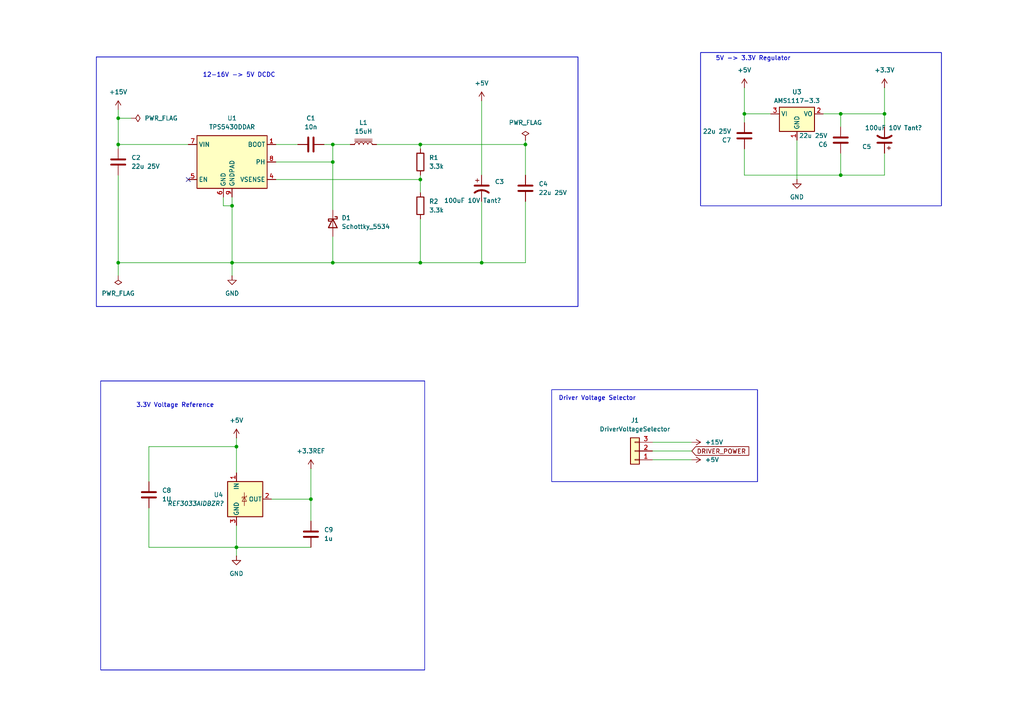
<source format=kicad_sch>
(kicad_sch
	(version 20231120)
	(generator "eeschema")
	(generator_version "8.0")
	(uuid "39e6069f-da66-4fc6-a201-8e67551b1700")
	(paper "A4")
	(lib_symbols
		(symbol "Connector_Generic:Conn_01x03"
			(pin_names
				(offset 1.016) hide)
			(exclude_from_sim no)
			(in_bom yes)
			(on_board yes)
			(property "Reference" "J"
				(at 0 5.08 0)
				(effects
					(font
						(size 1.27 1.27)
					)
				)
			)
			(property "Value" "Conn_01x03"
				(at 0 -5.08 0)
				(effects
					(font
						(size 1.27 1.27)
					)
				)
			)
			(property "Footprint" ""
				(at 0 0 0)
				(effects
					(font
						(size 1.27 1.27)
					)
					(hide yes)
				)
			)
			(property "Datasheet" "~"
				(at 0 0 0)
				(effects
					(font
						(size 1.27 1.27)
					)
					(hide yes)
				)
			)
			(property "Description" "Generic connector, single row, 01x03, script generated (kicad-library-utils/schlib/autogen/connector/)"
				(at 0 0 0)
				(effects
					(font
						(size 1.27 1.27)
					)
					(hide yes)
				)
			)
			(property "ki_keywords" "connector"
				(at 0 0 0)
				(effects
					(font
						(size 1.27 1.27)
					)
					(hide yes)
				)
			)
			(property "ki_fp_filters" "Connector*:*_1x??_*"
				(at 0 0 0)
				(effects
					(font
						(size 1.27 1.27)
					)
					(hide yes)
				)
			)
			(symbol "Conn_01x03_1_1"
				(rectangle
					(start -1.27 -2.413)
					(end 0 -2.667)
					(stroke
						(width 0.1524)
						(type default)
					)
					(fill
						(type none)
					)
				)
				(rectangle
					(start -1.27 0.127)
					(end 0 -0.127)
					(stroke
						(width 0.1524)
						(type default)
					)
					(fill
						(type none)
					)
				)
				(rectangle
					(start -1.27 2.667)
					(end 0 2.413)
					(stroke
						(width 0.1524)
						(type default)
					)
					(fill
						(type none)
					)
				)
				(rectangle
					(start -1.27 3.81)
					(end 1.27 -3.81)
					(stroke
						(width 0.254)
						(type default)
					)
					(fill
						(type background)
					)
				)
				(pin passive line
					(at -5.08 2.54 0)
					(length 3.81)
					(name "Pin_1"
						(effects
							(font
								(size 1.27 1.27)
							)
						)
					)
					(number "1"
						(effects
							(font
								(size 1.27 1.27)
							)
						)
					)
				)
				(pin passive line
					(at -5.08 0 0)
					(length 3.81)
					(name "Pin_2"
						(effects
							(font
								(size 1.27 1.27)
							)
						)
					)
					(number "2"
						(effects
							(font
								(size 1.27 1.27)
							)
						)
					)
				)
				(pin passive line
					(at -5.08 -2.54 0)
					(length 3.81)
					(name "Pin_3"
						(effects
							(font
								(size 1.27 1.27)
							)
						)
					)
					(number "3"
						(effects
							(font
								(size 1.27 1.27)
							)
						)
					)
				)
			)
		)
		(symbol "Device:C"
			(pin_numbers hide)
			(pin_names
				(offset 0.254)
			)
			(exclude_from_sim no)
			(in_bom yes)
			(on_board yes)
			(property "Reference" "C"
				(at 0.635 2.54 0)
				(effects
					(font
						(size 1.27 1.27)
					)
					(justify left)
				)
			)
			(property "Value" "C"
				(at 0.635 -2.54 0)
				(effects
					(font
						(size 1.27 1.27)
					)
					(justify left)
				)
			)
			(property "Footprint" ""
				(at 0.9652 -3.81 0)
				(effects
					(font
						(size 1.27 1.27)
					)
					(hide yes)
				)
			)
			(property "Datasheet" "~"
				(at 0 0 0)
				(effects
					(font
						(size 1.27 1.27)
					)
					(hide yes)
				)
			)
			(property "Description" "Unpolarized capacitor"
				(at 0 0 0)
				(effects
					(font
						(size 1.27 1.27)
					)
					(hide yes)
				)
			)
			(property "ki_keywords" "cap capacitor"
				(at 0 0 0)
				(effects
					(font
						(size 1.27 1.27)
					)
					(hide yes)
				)
			)
			(property "ki_fp_filters" "C_*"
				(at 0 0 0)
				(effects
					(font
						(size 1.27 1.27)
					)
					(hide yes)
				)
			)
			(symbol "C_0_1"
				(polyline
					(pts
						(xy -2.032 -0.762) (xy 2.032 -0.762)
					)
					(stroke
						(width 0.508)
						(type default)
					)
					(fill
						(type none)
					)
				)
				(polyline
					(pts
						(xy -2.032 0.762) (xy 2.032 0.762)
					)
					(stroke
						(width 0.508)
						(type default)
					)
					(fill
						(type none)
					)
				)
			)
			(symbol "C_1_1"
				(pin passive line
					(at 0 3.81 270)
					(length 2.794)
					(name "~"
						(effects
							(font
								(size 1.27 1.27)
							)
						)
					)
					(number "1"
						(effects
							(font
								(size 1.27 1.27)
							)
						)
					)
				)
				(pin passive line
					(at 0 -3.81 90)
					(length 2.794)
					(name "~"
						(effects
							(font
								(size 1.27 1.27)
							)
						)
					)
					(number "2"
						(effects
							(font
								(size 1.27 1.27)
							)
						)
					)
				)
			)
		)
		(symbol "Device:C_Polarized_US"
			(pin_numbers hide)
			(pin_names
				(offset 0.254) hide)
			(exclude_from_sim no)
			(in_bom yes)
			(on_board yes)
			(property "Reference" "C"
				(at 0.635 2.54 0)
				(effects
					(font
						(size 1.27 1.27)
					)
					(justify left)
				)
			)
			(property "Value" "C_Polarized_US"
				(at 0.635 -2.54 0)
				(effects
					(font
						(size 1.27 1.27)
					)
					(justify left)
				)
			)
			(property "Footprint" ""
				(at 0 0 0)
				(effects
					(font
						(size 1.27 1.27)
					)
					(hide yes)
				)
			)
			(property "Datasheet" "~"
				(at 0 0 0)
				(effects
					(font
						(size 1.27 1.27)
					)
					(hide yes)
				)
			)
			(property "Description" "Polarized capacitor, US symbol"
				(at 0 0 0)
				(effects
					(font
						(size 1.27 1.27)
					)
					(hide yes)
				)
			)
			(property "ki_keywords" "cap capacitor"
				(at 0 0 0)
				(effects
					(font
						(size 1.27 1.27)
					)
					(hide yes)
				)
			)
			(property "ki_fp_filters" "CP_*"
				(at 0 0 0)
				(effects
					(font
						(size 1.27 1.27)
					)
					(hide yes)
				)
			)
			(symbol "C_Polarized_US_0_1"
				(polyline
					(pts
						(xy -2.032 0.762) (xy 2.032 0.762)
					)
					(stroke
						(width 0.508)
						(type default)
					)
					(fill
						(type none)
					)
				)
				(polyline
					(pts
						(xy -1.778 2.286) (xy -0.762 2.286)
					)
					(stroke
						(width 0)
						(type default)
					)
					(fill
						(type none)
					)
				)
				(polyline
					(pts
						(xy -1.27 1.778) (xy -1.27 2.794)
					)
					(stroke
						(width 0)
						(type default)
					)
					(fill
						(type none)
					)
				)
				(arc
					(start 2.032 -1.27)
					(mid 0 -0.5572)
					(end -2.032 -1.27)
					(stroke
						(width 0.508)
						(type default)
					)
					(fill
						(type none)
					)
				)
			)
			(symbol "C_Polarized_US_1_1"
				(pin passive line
					(at 0 3.81 270)
					(length 2.794)
					(name "~"
						(effects
							(font
								(size 1.27 1.27)
							)
						)
					)
					(number "1"
						(effects
							(font
								(size 1.27 1.27)
							)
						)
					)
				)
				(pin passive line
					(at 0 -3.81 90)
					(length 3.302)
					(name "~"
						(effects
							(font
								(size 1.27 1.27)
							)
						)
					)
					(number "2"
						(effects
							(font
								(size 1.27 1.27)
							)
						)
					)
				)
			)
		)
		(symbol "Device:D_Schottky"
			(pin_numbers hide)
			(pin_names
				(offset 1.016) hide)
			(exclude_from_sim no)
			(in_bom yes)
			(on_board yes)
			(property "Reference" "D"
				(at 0 2.54 0)
				(effects
					(font
						(size 1.27 1.27)
					)
				)
			)
			(property "Value" "D_Schottky"
				(at 0 -2.54 0)
				(effects
					(font
						(size 1.27 1.27)
					)
				)
			)
			(property "Footprint" ""
				(at 0 0 0)
				(effects
					(font
						(size 1.27 1.27)
					)
					(hide yes)
				)
			)
			(property "Datasheet" "~"
				(at 0 0 0)
				(effects
					(font
						(size 1.27 1.27)
					)
					(hide yes)
				)
			)
			(property "Description" "Schottky diode"
				(at 0 0 0)
				(effects
					(font
						(size 1.27 1.27)
					)
					(hide yes)
				)
			)
			(property "ki_keywords" "diode Schottky"
				(at 0 0 0)
				(effects
					(font
						(size 1.27 1.27)
					)
					(hide yes)
				)
			)
			(property "ki_fp_filters" "TO-???* *_Diode_* *SingleDiode* D_*"
				(at 0 0 0)
				(effects
					(font
						(size 1.27 1.27)
					)
					(hide yes)
				)
			)
			(symbol "D_Schottky_0_1"
				(polyline
					(pts
						(xy 1.27 0) (xy -1.27 0)
					)
					(stroke
						(width 0)
						(type default)
					)
					(fill
						(type none)
					)
				)
				(polyline
					(pts
						(xy 1.27 1.27) (xy 1.27 -1.27) (xy -1.27 0) (xy 1.27 1.27)
					)
					(stroke
						(width 0.254)
						(type default)
					)
					(fill
						(type none)
					)
				)
				(polyline
					(pts
						(xy -1.905 0.635) (xy -1.905 1.27) (xy -1.27 1.27) (xy -1.27 -1.27) (xy -0.635 -1.27) (xy -0.635 -0.635)
					)
					(stroke
						(width 0.254)
						(type default)
					)
					(fill
						(type none)
					)
				)
			)
			(symbol "D_Schottky_1_1"
				(pin passive line
					(at -3.81 0 0)
					(length 2.54)
					(name "K"
						(effects
							(font
								(size 1.27 1.27)
							)
						)
					)
					(number "1"
						(effects
							(font
								(size 1.27 1.27)
							)
						)
					)
				)
				(pin passive line
					(at 3.81 0 180)
					(length 2.54)
					(name "A"
						(effects
							(font
								(size 1.27 1.27)
							)
						)
					)
					(number "2"
						(effects
							(font
								(size 1.27 1.27)
							)
						)
					)
				)
			)
		)
		(symbol "Device:L_Iron"
			(pin_numbers hide)
			(pin_names
				(offset 1.016) hide)
			(exclude_from_sim no)
			(in_bom yes)
			(on_board yes)
			(property "Reference" "L"
				(at -1.27 0 90)
				(effects
					(font
						(size 1.27 1.27)
					)
				)
			)
			(property "Value" "L_Iron"
				(at 2.794 0 90)
				(effects
					(font
						(size 1.27 1.27)
					)
				)
			)
			(property "Footprint" ""
				(at 0 0 0)
				(effects
					(font
						(size 1.27 1.27)
					)
					(hide yes)
				)
			)
			(property "Datasheet" "~"
				(at 0 0 0)
				(effects
					(font
						(size 1.27 1.27)
					)
					(hide yes)
				)
			)
			(property "Description" "Inductor with iron core"
				(at 0 0 0)
				(effects
					(font
						(size 1.27 1.27)
					)
					(hide yes)
				)
			)
			(property "ki_keywords" "inductor choke coil reactor magnetic"
				(at 0 0 0)
				(effects
					(font
						(size 1.27 1.27)
					)
					(hide yes)
				)
			)
			(property "ki_fp_filters" "Choke_* *Coil* Inductor_* L_*"
				(at 0 0 0)
				(effects
					(font
						(size 1.27 1.27)
					)
					(hide yes)
				)
			)
			(symbol "L_Iron_0_1"
				(arc
					(start 0 -2.54)
					(mid 0.6323 -1.905)
					(end 0 -1.27)
					(stroke
						(width 0)
						(type default)
					)
					(fill
						(type none)
					)
				)
				(arc
					(start 0 -1.27)
					(mid 0.6323 -0.635)
					(end 0 0)
					(stroke
						(width 0)
						(type default)
					)
					(fill
						(type none)
					)
				)
				(polyline
					(pts
						(xy 1.016 2.54) (xy 1.016 -2.54)
					)
					(stroke
						(width 0)
						(type default)
					)
					(fill
						(type none)
					)
				)
				(polyline
					(pts
						(xy 1.524 -2.54) (xy 1.524 2.54)
					)
					(stroke
						(width 0)
						(type default)
					)
					(fill
						(type none)
					)
				)
				(arc
					(start 0 0)
					(mid 0.6323 0.635)
					(end 0 1.27)
					(stroke
						(width 0)
						(type default)
					)
					(fill
						(type none)
					)
				)
				(arc
					(start 0 1.27)
					(mid 0.6323 1.905)
					(end 0 2.54)
					(stroke
						(width 0)
						(type default)
					)
					(fill
						(type none)
					)
				)
			)
			(symbol "L_Iron_1_1"
				(pin passive line
					(at 0 3.81 270)
					(length 1.27)
					(name "1"
						(effects
							(font
								(size 1.27 1.27)
							)
						)
					)
					(number "1"
						(effects
							(font
								(size 1.27 1.27)
							)
						)
					)
				)
				(pin passive line
					(at 0 -3.81 90)
					(length 1.27)
					(name "2"
						(effects
							(font
								(size 1.27 1.27)
							)
						)
					)
					(number "2"
						(effects
							(font
								(size 1.27 1.27)
							)
						)
					)
				)
			)
		)
		(symbol "Device:R"
			(pin_numbers hide)
			(pin_names
				(offset 0)
			)
			(exclude_from_sim no)
			(in_bom yes)
			(on_board yes)
			(property "Reference" "R"
				(at 2.032 0 90)
				(effects
					(font
						(size 1.27 1.27)
					)
				)
			)
			(property "Value" "R"
				(at 0 0 90)
				(effects
					(font
						(size 1.27 1.27)
					)
				)
			)
			(property "Footprint" ""
				(at -1.778 0 90)
				(effects
					(font
						(size 1.27 1.27)
					)
					(hide yes)
				)
			)
			(property "Datasheet" "~"
				(at 0 0 0)
				(effects
					(font
						(size 1.27 1.27)
					)
					(hide yes)
				)
			)
			(property "Description" "Resistor"
				(at 0 0 0)
				(effects
					(font
						(size 1.27 1.27)
					)
					(hide yes)
				)
			)
			(property "ki_keywords" "R res resistor"
				(at 0 0 0)
				(effects
					(font
						(size 1.27 1.27)
					)
					(hide yes)
				)
			)
			(property "ki_fp_filters" "R_*"
				(at 0 0 0)
				(effects
					(font
						(size 1.27 1.27)
					)
					(hide yes)
				)
			)
			(symbol "R_0_1"
				(rectangle
					(start -1.016 -2.54)
					(end 1.016 2.54)
					(stroke
						(width 0.254)
						(type default)
					)
					(fill
						(type none)
					)
				)
			)
			(symbol "R_1_1"
				(pin passive line
					(at 0 3.81 270)
					(length 1.27)
					(name "~"
						(effects
							(font
								(size 1.27 1.27)
							)
						)
					)
					(number "1"
						(effects
							(font
								(size 1.27 1.27)
							)
						)
					)
				)
				(pin passive line
					(at 0 -3.81 90)
					(length 1.27)
					(name "~"
						(effects
							(font
								(size 1.27 1.27)
							)
						)
					)
					(number "2"
						(effects
							(font
								(size 1.27 1.27)
							)
						)
					)
				)
			)
		)
		(symbol "Reference_Voltage:REF3033"
			(pin_names
				(offset 0.254)
			)
			(exclude_from_sim no)
			(in_bom yes)
			(on_board yes)
			(property "Reference" "U"
				(at 0 6.35 0)
				(effects
					(font
						(size 1.27 1.27)
					)
				)
			)
			(property "Value" "REF3033"
				(at 2.54 -6.35 0)
				(effects
					(font
						(size 1.27 1.27)
						(italic yes)
					)
				)
			)
			(property "Footprint" "Package_TO_SOT_SMD:SOT-23"
				(at 0 -11.43 0)
				(effects
					(font
						(size 1.27 1.27)
						(italic yes)
					)
					(hide yes)
				)
			)
			(property "Datasheet" "http://www.ti.com/lit/ds/symlink/ref3033.pdf"
				(at 2.54 -8.89 0)
				(effects
					(font
						(size 1.27 1.27)
						(italic yes)
					)
					(hide yes)
				)
			)
			(property "Description" "3.3V 50-ppm/°C Max, 50-μA, CMOS Voltage Reference, SOT-23-3"
				(at 0 0 0)
				(effects
					(font
						(size 1.27 1.27)
					)
					(hide yes)
				)
			)
			(property "ki_keywords" "voltage reference"
				(at 0 0 0)
				(effects
					(font
						(size 1.27 1.27)
					)
					(hide yes)
				)
			)
			(property "ki_fp_filters" "SOT?23*"
				(at 0 0 0)
				(effects
					(font
						(size 1.27 1.27)
					)
					(hide yes)
				)
			)
			(symbol "REF3033_0_1"
				(rectangle
					(start -5.08 5.08)
					(end 5.08 -5.08)
					(stroke
						(width 0.254)
						(type default)
					)
					(fill
						(type background)
					)
				)
				(polyline
					(pts
						(xy -0.254 1.905) (xy -0.254 -1.905)
					)
					(stroke
						(width 0)
						(type default)
					)
					(fill
						(type none)
					)
				)
				(polyline
					(pts
						(xy -0.889 -0.635) (xy 0.381 -0.635) (xy -0.254 0.635) (xy -0.889 -0.635)
					)
					(stroke
						(width 0)
						(type default)
					)
					(fill
						(type none)
					)
				)
				(polyline
					(pts
						(xy 0.381 1.016) (xy 0.381 0.635) (xy -0.889 0.635) (xy -0.889 0.254)
					)
					(stroke
						(width 0)
						(type default)
					)
					(fill
						(type none)
					)
				)
			)
			(symbol "REF3033_1_1"
				(pin power_in line
					(at -2.54 7.62 270)
					(length 2.54)
					(name "IN"
						(effects
							(font
								(size 1.27 1.27)
							)
						)
					)
					(number "1"
						(effects
							(font
								(size 1.27 1.27)
							)
						)
					)
				)
				(pin power_out line
					(at 7.62 0 180)
					(length 2.54)
					(name "OUT"
						(effects
							(font
								(size 1.27 1.27)
							)
						)
					)
					(number "2"
						(effects
							(font
								(size 1.27 1.27)
							)
						)
					)
				)
				(pin power_in line
					(at -2.54 -7.62 90)
					(length 2.54)
					(name "GND"
						(effects
							(font
								(size 1.27 1.27)
							)
						)
					)
					(number "3"
						(effects
							(font
								(size 1.27 1.27)
							)
						)
					)
				)
			)
		)
		(symbol "Regulator_Linear:AMS1117-3.3"
			(exclude_from_sim no)
			(in_bom yes)
			(on_board yes)
			(property "Reference" "U"
				(at -3.81 3.175 0)
				(effects
					(font
						(size 1.27 1.27)
					)
				)
			)
			(property "Value" "AMS1117-3.3"
				(at 0 3.175 0)
				(effects
					(font
						(size 1.27 1.27)
					)
					(justify left)
				)
			)
			(property "Footprint" "Package_TO_SOT_SMD:SOT-223-3_TabPin2"
				(at 0 5.08 0)
				(effects
					(font
						(size 1.27 1.27)
					)
					(hide yes)
				)
			)
			(property "Datasheet" "http://www.advanced-monolithic.com/pdf/ds1117.pdf"
				(at 2.54 -6.35 0)
				(effects
					(font
						(size 1.27 1.27)
					)
					(hide yes)
				)
			)
			(property "Description" "1A Low Dropout regulator, positive, 3.3V fixed output, SOT-223"
				(at 0 0 0)
				(effects
					(font
						(size 1.27 1.27)
					)
					(hide yes)
				)
			)
			(property "ki_keywords" "linear regulator ldo fixed positive"
				(at 0 0 0)
				(effects
					(font
						(size 1.27 1.27)
					)
					(hide yes)
				)
			)
			(property "ki_fp_filters" "SOT?223*TabPin2*"
				(at 0 0 0)
				(effects
					(font
						(size 1.27 1.27)
					)
					(hide yes)
				)
			)
			(symbol "AMS1117-3.3_0_1"
				(rectangle
					(start -5.08 -5.08)
					(end 5.08 1.905)
					(stroke
						(width 0.254)
						(type default)
					)
					(fill
						(type background)
					)
				)
			)
			(symbol "AMS1117-3.3_1_1"
				(pin power_in line
					(at 0 -7.62 90)
					(length 2.54)
					(name "GND"
						(effects
							(font
								(size 1.27 1.27)
							)
						)
					)
					(number "1"
						(effects
							(font
								(size 1.27 1.27)
							)
						)
					)
				)
				(pin power_out line
					(at 7.62 0 180)
					(length 2.54)
					(name "VO"
						(effects
							(font
								(size 1.27 1.27)
							)
						)
					)
					(number "2"
						(effects
							(font
								(size 1.27 1.27)
							)
						)
					)
				)
				(pin power_in line
					(at -7.62 0 0)
					(length 2.54)
					(name "VI"
						(effects
							(font
								(size 1.27 1.27)
							)
						)
					)
					(number "3"
						(effects
							(font
								(size 1.27 1.27)
							)
						)
					)
				)
			)
		)
		(symbol "Regulator_Switching:TPS5430DDA"
			(exclude_from_sim no)
			(in_bom yes)
			(on_board yes)
			(property "Reference" "U"
				(at -10.16 8.89 0)
				(effects
					(font
						(size 1.27 1.27)
					)
					(justify left)
				)
			)
			(property "Value" "TPS5430DDA"
				(at -1.27 8.89 0)
				(effects
					(font
						(size 1.27 1.27)
					)
					(justify left)
				)
			)
			(property "Footprint" "Package_SO:TI_SO-PowerPAD-8_ThermalVias"
				(at 1.27 -8.89 0)
				(effects
					(font
						(size 1.27 1.27)
						(italic yes)
					)
					(justify left)
					(hide yes)
				)
			)
			(property "Datasheet" "http://www.ti.com/lit/ds/symlink/tps5430.pdf"
				(at 0 0 0)
				(effects
					(font
						(size 1.27 1.27)
					)
					(hide yes)
				)
			)
			(property "Description" "3A, Step Down Swift Converter, Adjustable Output Voltage, 5.5-36V Input Voltage, PowerSO-8"
				(at 0 0 0)
				(effects
					(font
						(size 1.27 1.27)
					)
					(hide yes)
				)
			)
			(property "ki_keywords" "Step-Down DC-DC Switching Regulator"
				(at 0 0 0)
				(effects
					(font
						(size 1.27 1.27)
					)
					(hide yes)
				)
			)
			(property "ki_fp_filters" "TI*SO*PowerPAD*ThermalVias*"
				(at 0 0 0)
				(effects
					(font
						(size 1.27 1.27)
					)
					(hide yes)
				)
			)
			(symbol "TPS5430DDA_0_1"
				(rectangle
					(start -10.16 7.62)
					(end 10.16 -7.62)
					(stroke
						(width 0.254)
						(type default)
					)
					(fill
						(type background)
					)
				)
			)
			(symbol "TPS5430DDA_1_1"
				(pin input line
					(at 12.7 5.08 180)
					(length 2.54)
					(name "BOOT"
						(effects
							(font
								(size 1.27 1.27)
							)
						)
					)
					(number "1"
						(effects
							(font
								(size 1.27 1.27)
							)
						)
					)
				)
				(pin no_connect line
					(at -10.16 2.54 0)
					(length 2.54) hide
					(name "NC"
						(effects
							(font
								(size 1.27 1.27)
							)
						)
					)
					(number "2"
						(effects
							(font
								(size 1.27 1.27)
							)
						)
					)
				)
				(pin no_connect line
					(at -10.16 -2.54 0)
					(length 2.54) hide
					(name "NC"
						(effects
							(font
								(size 1.27 1.27)
							)
						)
					)
					(number "3"
						(effects
							(font
								(size 1.27 1.27)
							)
						)
					)
				)
				(pin input line
					(at 12.7 -5.08 180)
					(length 2.54)
					(name "VSENSE"
						(effects
							(font
								(size 1.27 1.27)
							)
						)
					)
					(number "4"
						(effects
							(font
								(size 1.27 1.27)
							)
						)
					)
				)
				(pin input line
					(at -12.7 -5.08 0)
					(length 2.54)
					(name "EN"
						(effects
							(font
								(size 1.27 1.27)
							)
						)
					)
					(number "5"
						(effects
							(font
								(size 1.27 1.27)
							)
						)
					)
				)
				(pin power_in line
					(at -2.54 -10.16 90)
					(length 2.54)
					(name "GND"
						(effects
							(font
								(size 1.27 1.27)
							)
						)
					)
					(number "6"
						(effects
							(font
								(size 1.27 1.27)
							)
						)
					)
				)
				(pin power_in line
					(at -12.7 5.08 0)
					(length 2.54)
					(name "VIN"
						(effects
							(font
								(size 1.27 1.27)
							)
						)
					)
					(number "7"
						(effects
							(font
								(size 1.27 1.27)
							)
						)
					)
				)
				(pin output line
					(at 12.7 0 180)
					(length 2.54)
					(name "PH"
						(effects
							(font
								(size 1.27 1.27)
							)
						)
					)
					(number "8"
						(effects
							(font
								(size 1.27 1.27)
							)
						)
					)
				)
				(pin power_in line
					(at 0 -10.16 90)
					(length 2.54)
					(name "GNDPAD"
						(effects
							(font
								(size 1.27 1.27)
							)
						)
					)
					(number "9"
						(effects
							(font
								(size 1.27 1.27)
							)
						)
					)
				)
			)
		)
		(symbol "power:+15V"
			(power)
			(pin_numbers hide)
			(pin_names
				(offset 0) hide)
			(exclude_from_sim no)
			(in_bom yes)
			(on_board yes)
			(property "Reference" "#PWR"
				(at 0 -3.81 0)
				(effects
					(font
						(size 1.27 1.27)
					)
					(hide yes)
				)
			)
			(property "Value" "+15V"
				(at 0 3.556 0)
				(effects
					(font
						(size 1.27 1.27)
					)
				)
			)
			(property "Footprint" ""
				(at 0 0 0)
				(effects
					(font
						(size 1.27 1.27)
					)
					(hide yes)
				)
			)
			(property "Datasheet" ""
				(at 0 0 0)
				(effects
					(font
						(size 1.27 1.27)
					)
					(hide yes)
				)
			)
			(property "Description" "Power symbol creates a global label with name \"+15V\""
				(at 0 0 0)
				(effects
					(font
						(size 1.27 1.27)
					)
					(hide yes)
				)
			)
			(property "ki_keywords" "global power"
				(at 0 0 0)
				(effects
					(font
						(size 1.27 1.27)
					)
					(hide yes)
				)
			)
			(symbol "+15V_0_1"
				(polyline
					(pts
						(xy -0.762 1.27) (xy 0 2.54)
					)
					(stroke
						(width 0)
						(type default)
					)
					(fill
						(type none)
					)
				)
				(polyline
					(pts
						(xy 0 0) (xy 0 2.54)
					)
					(stroke
						(width 0)
						(type default)
					)
					(fill
						(type none)
					)
				)
				(polyline
					(pts
						(xy 0 2.54) (xy 0.762 1.27)
					)
					(stroke
						(width 0)
						(type default)
					)
					(fill
						(type none)
					)
				)
			)
			(symbol "+15V_1_1"
				(pin power_in line
					(at 0 0 90)
					(length 0)
					(name "~"
						(effects
							(font
								(size 1.27 1.27)
							)
						)
					)
					(number "1"
						(effects
							(font
								(size 1.27 1.27)
							)
						)
					)
				)
			)
		)
		(symbol "power:+1V5"
			(power)
			(pin_numbers hide)
			(pin_names
				(offset 0) hide)
			(exclude_from_sim no)
			(in_bom yes)
			(on_board yes)
			(property "Reference" "#PWR"
				(at 0 -3.81 0)
				(effects
					(font
						(size 1.27 1.27)
					)
					(hide yes)
				)
			)
			(property "Value" "+1V5"
				(at 0 3.556 0)
				(effects
					(font
						(size 1.27 1.27)
					)
				)
			)
			(property "Footprint" ""
				(at 0 0 0)
				(effects
					(font
						(size 1.27 1.27)
					)
					(hide yes)
				)
			)
			(property "Datasheet" ""
				(at 0 0 0)
				(effects
					(font
						(size 1.27 1.27)
					)
					(hide yes)
				)
			)
			(property "Description" "Power symbol creates a global label with name \"+1V5\""
				(at 0 0 0)
				(effects
					(font
						(size 1.27 1.27)
					)
					(hide yes)
				)
			)
			(property "ki_keywords" "global power"
				(at 0 0 0)
				(effects
					(font
						(size 1.27 1.27)
					)
					(hide yes)
				)
			)
			(symbol "+1V5_0_1"
				(polyline
					(pts
						(xy -0.762 1.27) (xy 0 2.54)
					)
					(stroke
						(width 0)
						(type default)
					)
					(fill
						(type none)
					)
				)
				(polyline
					(pts
						(xy 0 0) (xy 0 2.54)
					)
					(stroke
						(width 0)
						(type default)
					)
					(fill
						(type none)
					)
				)
				(polyline
					(pts
						(xy 0 2.54) (xy 0.762 1.27)
					)
					(stroke
						(width 0)
						(type default)
					)
					(fill
						(type none)
					)
				)
			)
			(symbol "+1V5_1_1"
				(pin power_in line
					(at 0 0 90)
					(length 0)
					(name "~"
						(effects
							(font
								(size 1.27 1.27)
							)
						)
					)
					(number "1"
						(effects
							(font
								(size 1.27 1.27)
							)
						)
					)
				)
			)
		)
		(symbol "power:+5V"
			(power)
			(pin_numbers hide)
			(pin_names
				(offset 0) hide)
			(exclude_from_sim no)
			(in_bom yes)
			(on_board yes)
			(property "Reference" "#PWR"
				(at 0 -3.81 0)
				(effects
					(font
						(size 1.27 1.27)
					)
					(hide yes)
				)
			)
			(property "Value" "+5V"
				(at 0 3.556 0)
				(effects
					(font
						(size 1.27 1.27)
					)
				)
			)
			(property "Footprint" ""
				(at 0 0 0)
				(effects
					(font
						(size 1.27 1.27)
					)
					(hide yes)
				)
			)
			(property "Datasheet" ""
				(at 0 0 0)
				(effects
					(font
						(size 1.27 1.27)
					)
					(hide yes)
				)
			)
			(property "Description" "Power symbol creates a global label with name \"+5V\""
				(at 0 0 0)
				(effects
					(font
						(size 1.27 1.27)
					)
					(hide yes)
				)
			)
			(property "ki_keywords" "global power"
				(at 0 0 0)
				(effects
					(font
						(size 1.27 1.27)
					)
					(hide yes)
				)
			)
			(symbol "+5V_0_1"
				(polyline
					(pts
						(xy -0.762 1.27) (xy 0 2.54)
					)
					(stroke
						(width 0)
						(type default)
					)
					(fill
						(type none)
					)
				)
				(polyline
					(pts
						(xy 0 0) (xy 0 2.54)
					)
					(stroke
						(width 0)
						(type default)
					)
					(fill
						(type none)
					)
				)
				(polyline
					(pts
						(xy 0 2.54) (xy 0.762 1.27)
					)
					(stroke
						(width 0)
						(type default)
					)
					(fill
						(type none)
					)
				)
			)
			(symbol "+5V_1_1"
				(pin power_in line
					(at 0 0 90)
					(length 0)
					(name "~"
						(effects
							(font
								(size 1.27 1.27)
							)
						)
					)
					(number "1"
						(effects
							(font
								(size 1.27 1.27)
							)
						)
					)
				)
			)
		)
		(symbol "power:GND"
			(power)
			(pin_numbers hide)
			(pin_names
				(offset 0) hide)
			(exclude_from_sim no)
			(in_bom yes)
			(on_board yes)
			(property "Reference" "#PWR"
				(at 0 -6.35 0)
				(effects
					(font
						(size 1.27 1.27)
					)
					(hide yes)
				)
			)
			(property "Value" "GND"
				(at 0 -3.81 0)
				(effects
					(font
						(size 1.27 1.27)
					)
				)
			)
			(property "Footprint" ""
				(at 0 0 0)
				(effects
					(font
						(size 1.27 1.27)
					)
					(hide yes)
				)
			)
			(property "Datasheet" ""
				(at 0 0 0)
				(effects
					(font
						(size 1.27 1.27)
					)
					(hide yes)
				)
			)
			(property "Description" "Power symbol creates a global label with name \"GND\" , ground"
				(at 0 0 0)
				(effects
					(font
						(size 1.27 1.27)
					)
					(hide yes)
				)
			)
			(property "ki_keywords" "global power"
				(at 0 0 0)
				(effects
					(font
						(size 1.27 1.27)
					)
					(hide yes)
				)
			)
			(symbol "GND_0_1"
				(polyline
					(pts
						(xy 0 0) (xy 0 -1.27) (xy 1.27 -1.27) (xy 0 -2.54) (xy -1.27 -1.27) (xy 0 -1.27)
					)
					(stroke
						(width 0)
						(type default)
					)
					(fill
						(type none)
					)
				)
			)
			(symbol "GND_1_1"
				(pin power_in line
					(at 0 0 270)
					(length 0)
					(name "~"
						(effects
							(font
								(size 1.27 1.27)
							)
						)
					)
					(number "1"
						(effects
							(font
								(size 1.27 1.27)
							)
						)
					)
				)
			)
		)
		(symbol "power:PWR_FLAG"
			(power)
			(pin_numbers hide)
			(pin_names
				(offset 0) hide)
			(exclude_from_sim no)
			(in_bom yes)
			(on_board yes)
			(property "Reference" "#FLG"
				(at 0 1.905 0)
				(effects
					(font
						(size 1.27 1.27)
					)
					(hide yes)
				)
			)
			(property "Value" "PWR_FLAG"
				(at 0 3.81 0)
				(effects
					(font
						(size 1.27 1.27)
					)
				)
			)
			(property "Footprint" ""
				(at 0 0 0)
				(effects
					(font
						(size 1.27 1.27)
					)
					(hide yes)
				)
			)
			(property "Datasheet" "~"
				(at 0 0 0)
				(effects
					(font
						(size 1.27 1.27)
					)
					(hide yes)
				)
			)
			(property "Description" "Special symbol for telling ERC where power comes from"
				(at 0 0 0)
				(effects
					(font
						(size 1.27 1.27)
					)
					(hide yes)
				)
			)
			(property "ki_keywords" "flag power"
				(at 0 0 0)
				(effects
					(font
						(size 1.27 1.27)
					)
					(hide yes)
				)
			)
			(symbol "PWR_FLAG_0_0"
				(pin power_out line
					(at 0 0 90)
					(length 0)
					(name "~"
						(effects
							(font
								(size 1.27 1.27)
							)
						)
					)
					(number "1"
						(effects
							(font
								(size 1.27 1.27)
							)
						)
					)
				)
			)
			(symbol "PWR_FLAG_0_1"
				(polyline
					(pts
						(xy 0 0) (xy 0 1.27) (xy -1.016 1.905) (xy 0 2.54) (xy 1.016 1.905) (xy 0 1.27)
					)
					(stroke
						(width 0)
						(type default)
					)
					(fill
						(type none)
					)
				)
			)
		)
	)
	(junction
		(at 68.58 129.54)
		(diameter 0)
		(color 0 0 0 0)
		(uuid "124b6a93-b81a-446c-8be7-f482d837bbdc")
	)
	(junction
		(at 96.52 46.99)
		(diameter 0)
		(color 0 0 0 0)
		(uuid "16ab3e6a-73d1-4b05-85ac-90f197b5122c")
	)
	(junction
		(at 152.4 41.91)
		(diameter 0)
		(color 0 0 0 0)
		(uuid "2349e4eb-5efd-4a63-8e3a-d8a9e3ddcd8a")
	)
	(junction
		(at 256.54 33.02)
		(diameter 0)
		(color 0 0 0 0)
		(uuid "33a4f78b-ccd8-4644-a6e9-6c501b38a30f")
	)
	(junction
		(at 121.92 76.2)
		(diameter 0)
		(color 0 0 0 0)
		(uuid "3ac48b64-d403-4607-bf29-22031ca1daae")
	)
	(junction
		(at 68.58 158.75)
		(diameter 0)
		(color 0 0 0 0)
		(uuid "3e63e992-d935-41bf-98df-2a2f3fd77ebc")
	)
	(junction
		(at 67.31 76.2)
		(diameter 0)
		(color 0 0 0 0)
		(uuid "41fc117b-b64b-41d1-8f5e-27f83a382e6b")
	)
	(junction
		(at 243.84 33.02)
		(diameter 0)
		(color 0 0 0 0)
		(uuid "46d8a2d4-f3d4-4076-af67-d8ebf13adc29")
	)
	(junction
		(at 139.7 76.2)
		(diameter 0)
		(color 0 0 0 0)
		(uuid "6b48d6b1-7841-4544-88e3-0a463520bf58")
	)
	(junction
		(at 121.92 41.91)
		(diameter 0)
		(color 0 0 0 0)
		(uuid "6e30d7a8-d84c-4bc0-94ee-ad81fa132a3b")
	)
	(junction
		(at 96.52 41.91)
		(diameter 0)
		(color 0 0 0 0)
		(uuid "6fc051e9-6221-48de-b22a-343b04b78908")
	)
	(junction
		(at 96.52 76.2)
		(diameter 0)
		(color 0 0 0 0)
		(uuid "7cd2707b-e325-4d28-9da7-366b4775c39e")
	)
	(junction
		(at 90.17 144.78)
		(diameter 0)
		(color 0 0 0 0)
		(uuid "83013eb1-fe8a-4035-b70a-ebaca07e4c28")
	)
	(junction
		(at 243.84 50.8)
		(diameter 0)
		(color 0 0 0 0)
		(uuid "ac3fee3e-8939-420b-9cd7-2e2bb6398fcb")
	)
	(junction
		(at 34.29 41.91)
		(diameter 0)
		(color 0 0 0 0)
		(uuid "c8daa9ac-2faa-4a1f-a3f7-2a2e03d5c93e")
	)
	(junction
		(at 34.29 76.2)
		(diameter 0)
		(color 0 0 0 0)
		(uuid "e630e9a8-4fc7-4c5c-9bd7-696c70c217ae")
	)
	(junction
		(at 34.29 34.29)
		(diameter 0)
		(color 0 0 0 0)
		(uuid "eb1e56a3-5787-42a7-b36a-4f88981c2d75")
	)
	(junction
		(at 215.9 33.02)
		(diameter 0)
		(color 0 0 0 0)
		(uuid "eb88b999-391d-4c5e-bfc6-2caff3e91057")
	)
	(junction
		(at 121.92 52.07)
		(diameter 0)
		(color 0 0 0 0)
		(uuid "f70b6632-2f9e-4eb8-9550-a2385e7b4eff")
	)
	(junction
		(at 67.31 59.69)
		(diameter 0)
		(color 0 0 0 0)
		(uuid "fd397c5e-b8b9-4671-bc77-19a57cc2721a")
	)
	(no_connect
		(at 54.61 52.07)
		(uuid "e0bd4491-34ae-4ae3-b158-006b271385bd")
	)
	(wire
		(pts
			(xy 80.01 41.91) (xy 86.36 41.91)
		)
		(stroke
			(width 0)
			(type default)
		)
		(uuid "0a521971-51e7-4dbd-b10b-578fcd40a0d9")
	)
	(wire
		(pts
			(xy 189.23 133.35) (xy 200.66 133.35)
		)
		(stroke
			(width 0)
			(type default)
		)
		(uuid "0c275889-c01f-4fe2-a5b0-701b609971f9")
	)
	(wire
		(pts
			(xy 68.58 158.75) (xy 68.58 161.29)
		)
		(stroke
			(width 0)
			(type default)
		)
		(uuid "0f44e9b3-cc8a-41d7-8047-61fe43053769")
	)
	(wire
		(pts
			(xy 43.18 129.54) (xy 68.58 129.54)
		)
		(stroke
			(width 0)
			(type default)
		)
		(uuid "1d621135-9306-401e-858c-4cc9467d909b")
	)
	(wire
		(pts
			(xy 189.23 128.27) (xy 200.66 128.27)
		)
		(stroke
			(width 0)
			(type default)
		)
		(uuid "1da65589-16ed-4106-9a52-aea200b019b4")
	)
	(wire
		(pts
			(xy 80.01 52.07) (xy 121.92 52.07)
		)
		(stroke
			(width 0)
			(type default)
		)
		(uuid "1dd18a9b-8b30-4f5c-8418-cae1ea0d0e25")
	)
	(wire
		(pts
			(xy 139.7 29.21) (xy 139.7 50.8)
		)
		(stroke
			(width 0)
			(type default)
		)
		(uuid "1fd98bfc-189c-479f-b4e2-1eb81aa204d3")
	)
	(wire
		(pts
			(xy 43.18 158.75) (xy 43.18 147.32)
		)
		(stroke
			(width 0)
			(type default)
		)
		(uuid "233ffe72-ae52-48ca-91d1-f3ee19a29e49")
	)
	(wire
		(pts
			(xy 121.92 52.07) (xy 121.92 50.8)
		)
		(stroke
			(width 0)
			(type default)
		)
		(uuid "2700f37f-e28a-4ba3-af55-d31b7a7b77a6")
	)
	(wire
		(pts
			(xy 68.58 129.54) (xy 68.58 137.16)
		)
		(stroke
			(width 0)
			(type default)
		)
		(uuid "29c8170f-9f7e-41d3-b5cb-65ff0a3e8f57")
	)
	(wire
		(pts
			(xy 34.29 76.2) (xy 67.31 76.2)
		)
		(stroke
			(width 0)
			(type default)
		)
		(uuid "2c1509c4-5b75-45b5-8782-d14daa0da4da")
	)
	(wire
		(pts
			(xy 152.4 40.64) (xy 152.4 41.91)
		)
		(stroke
			(width 0)
			(type default)
		)
		(uuid "2ec933d3-fba4-474a-8463-acb7d6bbac0d")
	)
	(wire
		(pts
			(xy 68.58 127) (xy 68.58 129.54)
		)
		(stroke
			(width 0)
			(type default)
		)
		(uuid "31a3d231-cf00-4867-af3c-6b5d7fd8444c")
	)
	(wire
		(pts
			(xy 139.7 58.42) (xy 139.7 76.2)
		)
		(stroke
			(width 0)
			(type default)
		)
		(uuid "34d6e685-3819-4ce0-be8a-643da30d06c5")
	)
	(wire
		(pts
			(xy 152.4 76.2) (xy 139.7 76.2)
		)
		(stroke
			(width 0)
			(type default)
		)
		(uuid "38d694c9-fe30-4bbc-870d-7da7513fd7ad")
	)
	(wire
		(pts
			(xy 96.52 46.99) (xy 96.52 60.96)
		)
		(stroke
			(width 0)
			(type default)
		)
		(uuid "3be5c167-6a42-41b8-b151-891d4cc4f626")
	)
	(wire
		(pts
			(xy 121.92 76.2) (xy 139.7 76.2)
		)
		(stroke
			(width 0)
			(type default)
		)
		(uuid "430a1068-e5ca-4554-903e-8897c60f89ca")
	)
	(wire
		(pts
			(xy 109.22 41.91) (xy 121.92 41.91)
		)
		(stroke
			(width 0)
			(type default)
		)
		(uuid "4d817bef-305f-4080-b96d-3c5ccaaa3a25")
	)
	(wire
		(pts
			(xy 93.98 41.91) (xy 96.52 41.91)
		)
		(stroke
			(width 0)
			(type default)
		)
		(uuid "5176bcb6-42b1-4de1-8ad9-d0248ef8e972")
	)
	(wire
		(pts
			(xy 121.92 52.07) (xy 121.92 55.88)
		)
		(stroke
			(width 0)
			(type default)
		)
		(uuid "51864e65-e47f-4d63-9926-4cbf26344ac7")
	)
	(wire
		(pts
			(xy 67.31 76.2) (xy 96.52 76.2)
		)
		(stroke
			(width 0)
			(type default)
		)
		(uuid "53900548-5a58-4aa6-ba0a-bf60d58f7650")
	)
	(wire
		(pts
			(xy 68.58 158.75) (xy 43.18 158.75)
		)
		(stroke
			(width 0)
			(type default)
		)
		(uuid "5f69be88-a541-48eb-8c99-2d316f2f8ef1")
	)
	(wire
		(pts
			(xy 64.77 57.15) (xy 64.77 59.69)
		)
		(stroke
			(width 0)
			(type default)
		)
		(uuid "608be04e-dd52-4373-9a2b-8278c0947d61")
	)
	(wire
		(pts
			(xy 256.54 50.8) (xy 256.54 44.45)
		)
		(stroke
			(width 0)
			(type default)
		)
		(uuid "61bbcdbd-1d2a-4436-b8c7-cfc23154b5dd")
	)
	(wire
		(pts
			(xy 121.92 41.91) (xy 121.92 43.18)
		)
		(stroke
			(width 0)
			(type default)
		)
		(uuid "62fc060b-0e36-4583-8d7a-5a2c93ae06c7")
	)
	(wire
		(pts
			(xy 243.84 50.8) (xy 256.54 50.8)
		)
		(stroke
			(width 0)
			(type default)
		)
		(uuid "674dc551-09db-466b-aebe-b5fdc26f8da7")
	)
	(wire
		(pts
			(xy 96.52 68.58) (xy 96.52 76.2)
		)
		(stroke
			(width 0)
			(type default)
		)
		(uuid "6997f692-f6c8-48b3-8657-0b957d30cd5c")
	)
	(wire
		(pts
			(xy 238.76 33.02) (xy 243.84 33.02)
		)
		(stroke
			(width 0)
			(type default)
		)
		(uuid "6dde39b1-8d22-40b9-b69d-f2210bddef55")
	)
	(wire
		(pts
			(xy 34.29 41.91) (xy 34.29 43.18)
		)
		(stroke
			(width 0)
			(type default)
		)
		(uuid "6e70eb83-7b0e-48f4-906f-98ae85fd8718")
	)
	(wire
		(pts
			(xy 90.17 135.89) (xy 90.17 144.78)
		)
		(stroke
			(width 0)
			(type default)
		)
		(uuid "73565632-5b4e-4f48-9071-2f4d2191cd99")
	)
	(wire
		(pts
			(xy 152.4 58.42) (xy 152.4 76.2)
		)
		(stroke
			(width 0)
			(type default)
		)
		(uuid "7a7213c8-78bb-4eb7-a7ec-ee59839f3eba")
	)
	(wire
		(pts
			(xy 68.58 152.4) (xy 68.58 158.75)
		)
		(stroke
			(width 0)
			(type default)
		)
		(uuid "7c34ee0b-b2b7-4285-97b7-7361d1088fb5")
	)
	(wire
		(pts
			(xy 215.9 33.02) (xy 215.9 35.56)
		)
		(stroke
			(width 0)
			(type default)
		)
		(uuid "81f47f9d-e1e6-437c-9586-9a7a98288089")
	)
	(wire
		(pts
			(xy 80.01 46.99) (xy 96.52 46.99)
		)
		(stroke
			(width 0)
			(type default)
		)
		(uuid "842bfa02-029d-41f7-90ef-20c6f41f5907")
	)
	(wire
		(pts
			(xy 96.52 76.2) (xy 121.92 76.2)
		)
		(stroke
			(width 0)
			(type default)
		)
		(uuid "85681359-3c3e-40d3-8ad1-0a9b05268a42")
	)
	(wire
		(pts
			(xy 96.52 41.91) (xy 101.6 41.91)
		)
		(stroke
			(width 0)
			(type default)
		)
		(uuid "8a11ca5e-1e17-4cd9-aec3-b3f60b03789d")
	)
	(wire
		(pts
			(xy 90.17 158.75) (xy 68.58 158.75)
		)
		(stroke
			(width 0)
			(type default)
		)
		(uuid "8a8dd718-4c0e-407c-b500-4c0bb3bb164d")
	)
	(wire
		(pts
			(xy 34.29 50.8) (xy 34.29 76.2)
		)
		(stroke
			(width 0)
			(type default)
		)
		(uuid "8a9666e6-509a-4dfb-aa29-92d1e25daabd")
	)
	(wire
		(pts
			(xy 34.29 34.29) (xy 38.1 34.29)
		)
		(stroke
			(width 0)
			(type default)
		)
		(uuid "a0fe7cab-0094-4915-9c35-7843d399e037")
	)
	(wire
		(pts
			(xy 34.29 76.2) (xy 34.29 80.01)
		)
		(stroke
			(width 0)
			(type default)
		)
		(uuid "a385620d-c6ae-482d-abd4-8228dc45f68f")
	)
	(wire
		(pts
			(xy 243.84 44.45) (xy 243.84 50.8)
		)
		(stroke
			(width 0)
			(type default)
		)
		(uuid "a5e1db12-3184-445e-90a6-82505d19d9cc")
	)
	(wire
		(pts
			(xy 43.18 139.7) (xy 43.18 129.54)
		)
		(stroke
			(width 0)
			(type default)
		)
		(uuid "a7426acd-6c34-49cf-87bb-4b0f4a9d52c9")
	)
	(wire
		(pts
			(xy 152.4 41.91) (xy 121.92 41.91)
		)
		(stroke
			(width 0)
			(type default)
		)
		(uuid "b0a0ba18-8367-406b-bb9a-4dc5951034cc")
	)
	(wire
		(pts
			(xy 90.17 144.78) (xy 90.17 151.13)
		)
		(stroke
			(width 0)
			(type default)
		)
		(uuid "b854122e-001b-4715-89ce-77715db270f4")
	)
	(wire
		(pts
			(xy 121.92 63.5) (xy 121.92 76.2)
		)
		(stroke
			(width 0)
			(type default)
		)
		(uuid "bbe9a96a-679f-4d6d-b528-0800a7f1d2b2")
	)
	(wire
		(pts
			(xy 231.14 40.64) (xy 231.14 52.07)
		)
		(stroke
			(width 0)
			(type default)
		)
		(uuid "bd7fe1a6-ebe5-4054-850c-0374c9a76f79")
	)
	(wire
		(pts
			(xy 256.54 25.4) (xy 256.54 33.02)
		)
		(stroke
			(width 0)
			(type default)
		)
		(uuid "c86e1580-11ba-478e-9ea3-15f2256efcf7")
	)
	(wire
		(pts
			(xy 96.52 41.91) (xy 96.52 46.99)
		)
		(stroke
			(width 0)
			(type default)
		)
		(uuid "c97ff38a-7893-4138-99b4-827126794301")
	)
	(wire
		(pts
			(xy 215.9 25.4) (xy 215.9 33.02)
		)
		(stroke
			(width 0)
			(type default)
		)
		(uuid "d96a2009-df36-4cf9-8bd7-3ec9a39352f6")
	)
	(wire
		(pts
			(xy 34.29 41.91) (xy 54.61 41.91)
		)
		(stroke
			(width 0)
			(type default)
		)
		(uuid "dfd4e36b-09d4-496e-8b9a-8f0911b1dd86")
	)
	(wire
		(pts
			(xy 67.31 57.15) (xy 67.31 59.69)
		)
		(stroke
			(width 0)
			(type default)
		)
		(uuid "dff18c59-1aa2-492a-a266-0145675b153f")
	)
	(wire
		(pts
			(xy 34.29 31.75) (xy 34.29 34.29)
		)
		(stroke
			(width 0)
			(type default)
		)
		(uuid "e23b7fb2-8c64-4e22-bced-c382e903de02")
	)
	(wire
		(pts
			(xy 64.77 59.69) (xy 67.31 59.69)
		)
		(stroke
			(width 0)
			(type default)
		)
		(uuid "e2bc36c6-20b8-4547-94f3-c8e50a1ea7b3")
	)
	(wire
		(pts
			(xy 215.9 43.18) (xy 215.9 50.8)
		)
		(stroke
			(width 0)
			(type default)
		)
		(uuid "e84c273e-8973-4456-93cb-27cfe4a57afc")
	)
	(wire
		(pts
			(xy 243.84 33.02) (xy 256.54 33.02)
		)
		(stroke
			(width 0)
			(type default)
		)
		(uuid "e86caca9-b36f-4038-b0d8-537d9dc5315c")
	)
	(wire
		(pts
			(xy 256.54 33.02) (xy 256.54 36.83)
		)
		(stroke
			(width 0)
			(type default)
		)
		(uuid "e94e51a5-1d91-4ade-a31e-f4768faee95a")
	)
	(wire
		(pts
			(xy 34.29 34.29) (xy 34.29 41.91)
		)
		(stroke
			(width 0)
			(type default)
		)
		(uuid "ec5bee65-24ca-4607-8c26-69094677a1dc")
	)
	(wire
		(pts
			(xy 215.9 50.8) (xy 243.84 50.8)
		)
		(stroke
			(width 0)
			(type default)
		)
		(uuid "ef5cc3cd-2f8d-447d-90b7-470859c03d73")
	)
	(wire
		(pts
			(xy 67.31 76.2) (xy 67.31 80.01)
		)
		(stroke
			(width 0)
			(type default)
		)
		(uuid "f0fb15e7-0ca4-4845-a4de-28d60d102aa0")
	)
	(wire
		(pts
			(xy 223.52 33.02) (xy 215.9 33.02)
		)
		(stroke
			(width 0)
			(type default)
		)
		(uuid "f27abf81-eb11-4ad3-9297-495c31b121a6")
	)
	(wire
		(pts
			(xy 243.84 33.02) (xy 243.84 36.83)
		)
		(stroke
			(width 0)
			(type default)
		)
		(uuid "f448479f-6838-4393-888e-66a547b9bd1b")
	)
	(wire
		(pts
			(xy 67.31 59.69) (xy 67.31 76.2)
		)
		(stroke
			(width 0)
			(type default)
		)
		(uuid "f7271bfb-f70a-4ad7-b3a3-0f675cc91244")
	)
	(wire
		(pts
			(xy 78.74 144.78) (xy 90.17 144.78)
		)
		(stroke
			(width 0)
			(type default)
		)
		(uuid "fb07e315-059e-48ca-bc1d-dd0f3be029ca")
	)
	(wire
		(pts
			(xy 189.23 130.81) (xy 200.66 130.81)
		)
		(stroke
			(width 0)
			(type default)
		)
		(uuid "fbc2bf6d-bdf4-4026-9edd-c9a3f8633b83")
	)
	(wire
		(pts
			(xy 152.4 41.91) (xy 152.4 50.8)
		)
		(stroke
			(width 0)
			(type default)
		)
		(uuid "ff61093b-537a-4f3a-97d3-136a23a23f03")
	)
	(rectangle
		(start 203.2 15.24)
		(end 273.05 59.69)
		(stroke
			(width 0)
			(type default)
		)
		(fill
			(type none)
		)
		(uuid 04672e88-e306-43e8-9c99-a1afdf209913)
	)
	(rectangle
		(start 203.2 15.24)
		(end 273.05 59.69)
		(stroke
			(width 0)
			(type default)
		)
		(fill
			(type none)
		)
		(uuid 04672e88-e306-43e8-9c99-a1afdf209913)
	)
	(rectangle
		(start 160.02 113.03)
		(end 219.71 139.7)
		(stroke
			(width 0)
			(type default)
		)
		(fill
			(type none)
		)
		(uuid 0855bcf3-a6ed-445b-bb28-7474b3c69f1e)
	)
	(rectangle
		(start 160.02 113.03)
		(end 219.71 139.7)
		(stroke
			(width 0)
			(type default)
		)
		(fill
			(type none)
		)
		(uuid 0855bcf3-a6ed-445b-bb28-7474b3c69f1e)
	)
	(rectangle
		(start 29.21 110.49)
		(end 123.19 194.31)
		(stroke
			(width 0)
			(type default)
		)
		(fill
			(type none)
		)
		(uuid 96e23f54-b2d2-4f97-a11e-073848d5792a)
	)
	(rectangle
		(start 29.21 110.49)
		(end 123.19 194.31)
		(stroke
			(width 0)
			(type default)
		)
		(fill
			(type none)
		)
		(uuid 96e23f54-b2d2-4f97-a11e-073848d5792a)
	)
	(rectangle
		(start 27.94 16.51)
		(end 167.64 88.9)
		(stroke
			(width 0)
			(type default)
		)
		(fill
			(type none)
		)
		(uuid dbd65d6b-d978-4ac5-bea5-690a73aded65)
	)
	(rectangle
		(start 27.94 16.51)
		(end 167.64 88.9)
		(stroke
			(width 0)
			(type default)
		)
		(fill
			(type none)
		)
		(uuid dbd65d6b-d978-4ac5-bea5-690a73aded65)
	)
	(text "Driver Voltage Selector"
		(exclude_from_sim no)
		(at 173.228 115.57 0)
		(effects
			(font
				(size 1.27 1.27)
			)
		)
		(uuid "807f81f1-84bd-4642-baff-375da6447093")
	)
	(text "Driver Voltage Selector"
		(exclude_from_sim no)
		(at 173.228 115.57 0)
		(effects
			(font
				(size 1.27 1.27)
			)
		)
		(uuid "807f81f1-84bd-4642-baff-375da6447094")
	)
	(text "5V -> 3.3V Regulator"
		(exclude_from_sim no)
		(at 218.44 17.018 0)
		(effects
			(font
				(size 1.27 1.27)
			)
		)
		(uuid "8a237b79-442c-42ac-9448-7ef71abc6fc5")
	)
	(text "5V -> 3.3V Regulator"
		(exclude_from_sim no)
		(at 218.44 17.018 0)
		(effects
			(font
				(size 1.27 1.27)
			)
		)
		(uuid "8a237b79-442c-42ac-9448-7ef71abc6fc6")
	)
	(text "12-16V -> 5V DCDC"
		(exclude_from_sim no)
		(at 69.342 21.844 0)
		(effects
			(font
				(size 1.27 1.27)
			)
		)
		(uuid "c9d2f126-e314-4a65-a517-ccd560a3be5c")
	)
	(text "12-16V -> 5V DCDC"
		(exclude_from_sim no)
		(at 69.342 21.844 0)
		(effects
			(font
				(size 1.27 1.27)
			)
		)
		(uuid "c9d2f126-e314-4a65-a517-ccd560a3be5d")
	)
	(text "3.3V Voltage Reference"
		(exclude_from_sim no)
		(at 50.8 117.602 0)
		(effects
			(font
				(size 1.27 1.27)
			)
		)
		(uuid "e4a110a3-9f77-406e-835d-a7bd5bce9f45")
	)
	(text "3.3V Voltage Reference"
		(exclude_from_sim no)
		(at 50.8 117.602 0)
		(effects
			(font
				(size 1.27 1.27)
			)
		)
		(uuid "e4a110a3-9f77-406e-835d-a7bd5bce9f46")
	)
	(global_label "DRIVER_POWER"
		(shape input)
		(at 200.66 130.81 0)
		(fields_autoplaced yes)
		(effects
			(font
				(size 1.27 1.27)
			)
			(justify left)
		)
		(uuid "6907b26d-9f7b-4ef1-9da1-32934fe1285c")
		(property "Intersheetrefs" "${INTERSHEET_REFS}"
			(at 217.7361 130.81 0)
			(effects
				(font
					(size 1.27 1.27)
				)
				(justify left)
				(hide yes)
			)
		)
	)
	(global_label "DRIVER POWER"
		(shape input)
		(at 200.66 130.81 0)
		(fields_autoplaced yes)
		(effects
			(font
				(size 1.27 1.27)
			)
			(justify left)
		)
		(uuid "9ddda8d6-8966-42a6-8935-86039b8e3954")
		(property "Intersheetrefs" "${INTERSHEET_REFS}"
			(at 217.7361 130.81 0)
			(effects
				(font
					(size 1.27 1.27)
				)
				(justify left)
				(hide yes)
			)
		)
	)
	(symbol
		(lib_id "power:GND")
		(at 67.31 80.01 0)
		(unit 1)
		(exclude_from_sim no)
		(in_bom yes)
		(on_board yes)
		(dnp no)
		(fields_autoplaced yes)
		(uuid "00fc63b8-515a-4ec2-8b2f-2398246520b2")
		(property "Reference" "#PWR03"
			(at 67.31 86.36 0)
			(effects
				(font
					(size 1.27 1.27)
				)
				(hide yes)
			)
		)
		(property "Value" "GND"
			(at 67.31 85.09 0)
			(effects
				(font
					(size 1.27 1.27)
				)
			)
		)
		(property "Footprint" ""
			(at 67.31 80.01 0)
			(effects
				(font
					(size 1.27 1.27)
				)
				(hide yes)
			)
		)
		(property "Datasheet" ""
			(at 67.31 80.01 0)
			(effects
				(font
					(size 1.27 1.27)
				)
				(hide yes)
			)
		)
		(property "Description" "Power symbol creates a global label with name \"GND\" , ground"
			(at 67.31 80.01 0)
			(effects
				(font
					(size 1.27 1.27)
				)
				(hide yes)
			)
		)
		(pin "1"
			(uuid "966fc7de-98d3-4d02-88d1-ce02767d30cf")
		)
		(instances
			(project ""
				(path "/c1cb2b8b-cce1-4093-b51c-495289a5368a/653365c3-ccac-49d6-bb50-3909b87f2568"
					(reference "#PWR03")
					(unit 1)
				)
			)
		)
	)
	(symbol
		(lib_id "power:+15V")
		(at 200.66 133.35 270)
		(unit 1)
		(exclude_from_sim no)
		(in_bom yes)
		(on_board yes)
		(dnp no)
		(fields_autoplaced yes)
		(uuid "0d520574-6621-4ea4-9a0e-c4d31cd8b90e")
		(property "Reference" "#PWR011"
			(at 196.85 133.35 0)
			(effects
				(font
					(size 1.27 1.27)
				)
				(hide yes)
			)
		)
		(property "Value" "+5V"
			(at 204.47 133.3499 90)
			(effects
				(font
					(size 1.27 1.27)
				)
				(justify left)
			)
		)
		(property "Footprint" ""
			(at 200.66 133.35 0)
			(effects
				(font
					(size 1.27 1.27)
				)
				(hide yes)
			)
		)
		(property "Datasheet" ""
			(at 200.66 133.35 0)
			(effects
				(font
					(size 1.27 1.27)
				)
				(hide yes)
			)
		)
		(property "Description" "Power symbol creates a global label with name \"+15V\""
			(at 200.66 133.35 0)
			(effects
				(font
					(size 1.27 1.27)
				)
				(hide yes)
			)
		)
		(pin "1"
			(uuid "d2cdc223-9fb6-473e-a9a0-b23cf8f07b82")
		)
		(instances
			(project "vesc"
				(path "/c1cb2b8b-cce1-4093-b51c-495289a5368a/653365c3-ccac-49d6-bb50-3909b87f2568"
					(reference "#PWR011")
					(unit 1)
				)
			)
		)
	)
	(symbol
		(lib_id "power:+5V")
		(at 68.58 127 0)
		(unit 1)
		(exclude_from_sim no)
		(in_bom yes)
		(on_board yes)
		(dnp no)
		(fields_autoplaced yes)
		(uuid "156efb10-8fb3-4250-b9c5-892149735c74")
		(property "Reference" "#PWR04"
			(at 68.58 130.81 0)
			(effects
				(font
					(size 1.27 1.27)
				)
				(hide yes)
			)
		)
		(property "Value" "+5V"
			(at 68.58 121.92 0)
			(effects
				(font
					(size 1.27 1.27)
				)
			)
		)
		(property "Footprint" ""
			(at 68.58 127 0)
			(effects
				(font
					(size 1.27 1.27)
				)
				(hide yes)
			)
		)
		(property "Datasheet" ""
			(at 68.58 127 0)
			(effects
				(font
					(size 1.27 1.27)
				)
				(hide yes)
			)
		)
		(property "Description" "Power symbol creates a global label with name \"+5V\""
			(at 68.58 127 0)
			(effects
				(font
					(size 1.27 1.27)
				)
				(hide yes)
			)
		)
		(pin "1"
			(uuid "b10734b9-1604-47f8-9e27-2044169faa30")
		)
		(instances
			(project "vesc"
				(path "/c1cb2b8b-cce1-4093-b51c-495289a5368a/653365c3-ccac-49d6-bb50-3909b87f2568"
					(reference "#PWR04")
					(unit 1)
				)
			)
		)
	)
	(symbol
		(lib_id "power:GND")
		(at 68.58 161.29 0)
		(unit 1)
		(exclude_from_sim no)
		(in_bom yes)
		(on_board yes)
		(dnp no)
		(fields_autoplaced yes)
		(uuid "185f8b71-242e-4df7-b6e5-abcfae10c9d6")
		(property "Reference" "#PWR08"
			(at 68.58 167.64 0)
			(effects
				(font
					(size 1.27 1.27)
				)
				(hide yes)
			)
		)
		(property "Value" "GND"
			(at 68.58 166.37 0)
			(effects
				(font
					(size 1.27 1.27)
				)
			)
		)
		(property "Footprint" ""
			(at 68.58 161.29 0)
			(effects
				(font
					(size 1.27 1.27)
				)
				(hide yes)
			)
		)
		(property "Datasheet" ""
			(at 68.58 161.29 0)
			(effects
				(font
					(size 1.27 1.27)
				)
				(hide yes)
			)
		)
		(property "Description" "Power symbol creates a global label with name \"GND\" , ground"
			(at 68.58 161.29 0)
			(effects
				(font
					(size 1.27 1.27)
				)
				(hide yes)
			)
		)
		(pin "1"
			(uuid "2cfa77c9-901a-44e6-a616-1927fb791157")
		)
		(instances
			(project "vesc"
				(path "/c1cb2b8b-cce1-4093-b51c-495289a5368a/653365c3-ccac-49d6-bb50-3909b87f2568"
					(reference "#PWR08")
					(unit 1)
				)
			)
		)
	)
	(symbol
		(lib_id "Reference_Voltage:REF3033")
		(at 71.12 144.78 0)
		(unit 1)
		(exclude_from_sim no)
		(in_bom yes)
		(on_board yes)
		(dnp no)
		(fields_autoplaced yes)
		(uuid "1db0c687-4e4e-4ae6-875a-bd9f0fbfab9a")
		(property "Reference" "U4"
			(at 64.77 143.5099 0)
			(effects
				(font
					(size 1.27 1.27)
				)
				(justify right)
			)
		)
		(property "Value" "REF3033AIDBZR?"
			(at 64.77 146.0499 0)
			(effects
				(font
					(size 1.27 1.27)
					(italic yes)
				)
				(justify right)
			)
		)
		(property "Footprint" "Package_TO_SOT_SMD:SOT-23"
			(at 71.12 156.21 0)
			(effects
				(font
					(size 1.27 1.27)
					(italic yes)
				)
				(hide yes)
			)
		)
		(property "Datasheet" "http://www.ti.com/lit/ds/symlink/ref3033.pdf"
			(at 73.66 153.67 0)
			(effects
				(font
					(size 1.27 1.27)
					(italic yes)
				)
				(hide yes)
			)
		)
		(property "Description" "3.3V 50-ppm/°C Max, 50-μA, CMOS Voltage Reference, SOT-23-3"
			(at 71.12 144.78 0)
			(effects
				(font
					(size 1.27 1.27)
				)
				(hide yes)
			)
		)
		(pin "3"
			(uuid "4fc6550e-5b46-4d9d-afe6-8aec5d333711")
		)
		(pin "1"
			(uuid "4eadce97-82e5-4714-b461-1292194e3b85")
		)
		(pin "2"
			(uuid "a1a52b94-faff-468a-bda7-825b975fbe28")
		)
		(instances
			(project ""
				(path "/c1cb2b8b-cce1-4093-b51c-495289a5368a/653365c3-ccac-49d6-bb50-3909b87f2568"
					(reference "U4")
					(unit 1)
				)
			)
		)
	)
	(symbol
		(lib_id "Device:C")
		(at 152.4 54.61 180)
		(unit 1)
		(exclude_from_sim no)
		(in_bom yes)
		(on_board yes)
		(dnp no)
		(fields_autoplaced yes)
		(uuid "21b92962-563f-49ca-bb80-c40e302e3c56")
		(property "Reference" "C4"
			(at 156.21 53.3399 0)
			(effects
				(font
					(size 1.27 1.27)
				)
				(justify right)
			)
		)
		(property "Value" "22u 25V"
			(at 156.21 55.8799 0)
			(effects
				(font
					(size 1.27 1.27)
				)
				(justify right)
			)
		)
		(property "Footprint" ""
			(at 151.4348 50.8 0)
			(effects
				(font
					(size 1.27 1.27)
				)
				(hide yes)
			)
		)
		(property "Datasheet" "~"
			(at 152.4 54.61 0)
			(effects
				(font
					(size 1.27 1.27)
				)
				(hide yes)
			)
		)
		(property "Description" "Unpolarized capacitor"
			(at 152.4 54.61 0)
			(effects
				(font
					(size 1.27 1.27)
				)
				(hide yes)
			)
		)
		(pin "1"
			(uuid "98871e89-60e6-4f70-8900-41659af02ccb")
		)
		(pin "2"
			(uuid "58a066b1-64db-4dab-a25f-61e7f99d0126")
		)
		(instances
			(project "vesc"
				(path "/c1cb2b8b-cce1-4093-b51c-495289a5368a/653365c3-ccac-49d6-bb50-3909b87f2568"
					(reference "C4")
					(unit 1)
				)
			)
		)
	)
	(symbol
		(lib_id "Device:C_Polarized_US")
		(at 139.7 54.61 0)
		(unit 1)
		(exclude_from_sim no)
		(in_bom yes)
		(on_board yes)
		(dnp no)
		(uuid "2ae523fc-ee70-48dd-974a-4e288a1e3437")
		(property "Reference" "C3"
			(at 143.51 52.7049 0)
			(effects
				(font
					(size 1.27 1.27)
				)
				(justify left)
			)
		)
		(property "Value" "100uF 10V Tant?"
			(at 128.778 58.166 0)
			(effects
				(font
					(size 1.27 1.27)
				)
				(justify left)
			)
		)
		(property "Footprint" ""
			(at 139.7 54.61 0)
			(effects
				(font
					(size 1.27 1.27)
				)
				(hide yes)
			)
		)
		(property "Datasheet" "~"
			(at 139.7 54.61 0)
			(effects
				(font
					(size 1.27 1.27)
				)
				(hide yes)
			)
		)
		(property "Description" "Polarized capacitor, US symbol"
			(at 139.7 54.61 0)
			(effects
				(font
					(size 1.27 1.27)
				)
				(hide yes)
			)
		)
		(pin "2"
			(uuid "bc2feaaa-563b-44fc-b28f-18211fb58d56")
		)
		(pin "1"
			(uuid "46c91aa1-04e6-47eb-bb96-5aa920c6d8ee")
		)
		(instances
			(project ""
				(path "/c1cb2b8b-cce1-4093-b51c-495289a5368a/653365c3-ccac-49d6-bb50-3909b87f2568"
					(reference "C3")
					(unit 1)
				)
			)
		)
	)
	(symbol
		(lib_id "power:+1V5")
		(at 34.29 31.75 0)
		(unit 1)
		(exclude_from_sim no)
		(in_bom yes)
		(on_board yes)
		(dnp no)
		(fields_autoplaced yes)
		(uuid "2b7f1156-dba8-46f0-bac1-c4868764eaa6")
		(property "Reference" "#PWR02"
			(at 34.29 35.56 0)
			(effects
				(font
					(size 1.27 1.27)
				)
				(hide yes)
			)
		)
		(property "Value" "+15V"
			(at 34.29 26.67 0)
			(effects
				(font
					(size 1.27 1.27)
				)
			)
		)
		(property "Footprint" ""
			(at 34.29 31.75 0)
			(effects
				(font
					(size 1.27 1.27)
				)
				(hide yes)
			)
		)
		(property "Datasheet" ""
			(at 34.29 31.75 0)
			(effects
				(font
					(size 1.27 1.27)
				)
				(hide yes)
			)
		)
		(property "Description" "Power symbol creates a global label with name \"+1V5\""
			(at 34.29 31.75 0)
			(effects
				(font
					(size 1.27 1.27)
				)
				(hide yes)
			)
		)
		(pin "1"
			(uuid "40d14672-c351-4357-a257-aad19eb6732c")
		)
		(instances
			(project ""
				(path "/c1cb2b8b-cce1-4093-b51c-495289a5368a/653365c3-ccac-49d6-bb50-3909b87f2568"
					(reference "#PWR02")
					(unit 1)
				)
			)
		)
	)
	(symbol
		(lib_id "power:PWR_FLAG")
		(at 34.29 80.01 180)
		(unit 1)
		(exclude_from_sim no)
		(in_bom yes)
		(on_board yes)
		(dnp no)
		(fields_autoplaced yes)
		(uuid "3f08d8b9-090e-4638-945b-9d3fb07974e0")
		(property "Reference" "#FLG03"
			(at 34.29 81.915 0)
			(effects
				(font
					(size 1.27 1.27)
				)
				(hide yes)
			)
		)
		(property "Value" "PWR_FLAG"
			(at 34.29 85.09 0)
			(effects
				(font
					(size 1.27 1.27)
				)
			)
		)
		(property "Footprint" ""
			(at 34.29 80.01 0)
			(effects
				(font
					(size 1.27 1.27)
				)
				(hide yes)
			)
		)
		(property "Datasheet" "~"
			(at 34.29 80.01 0)
			(effects
				(font
					(size 1.27 1.27)
				)
				(hide yes)
			)
		)
		(property "Description" "Special symbol for telling ERC where power comes from"
			(at 34.29 80.01 0)
			(effects
				(font
					(size 1.27 1.27)
				)
				(hide yes)
			)
		)
		(pin "1"
			(uuid "df1c1f1c-8d95-4867-84ec-3978300300fa")
		)
		(instances
			(project "vesc"
				(path "/c1cb2b8b-cce1-4093-b51c-495289a5368a/653365c3-ccac-49d6-bb50-3909b87f2568"
					(reference "#FLG03")
					(unit 1)
				)
			)
		)
	)
	(symbol
		(lib_id "power:GND")
		(at 231.14 52.07 0)
		(unit 1)
		(exclude_from_sim no)
		(in_bom yes)
		(on_board yes)
		(dnp no)
		(fields_autoplaced yes)
		(uuid "4100566a-2c73-4eb0-8edd-6abf1587f6e0")
		(property "Reference" "#PWR06"
			(at 231.14 58.42 0)
			(effects
				(font
					(size 1.27 1.27)
				)
				(hide yes)
			)
		)
		(property "Value" "GND"
			(at 231.14 57.15 0)
			(effects
				(font
					(size 1.27 1.27)
				)
			)
		)
		(property "Footprint" ""
			(at 231.14 52.07 0)
			(effects
				(font
					(size 1.27 1.27)
				)
				(hide yes)
			)
		)
		(property "Datasheet" ""
			(at 231.14 52.07 0)
			(effects
				(font
					(size 1.27 1.27)
				)
				(hide yes)
			)
		)
		(property "Description" "Power symbol creates a global label with name \"GND\" , ground"
			(at 231.14 52.07 0)
			(effects
				(font
					(size 1.27 1.27)
				)
				(hide yes)
			)
		)
		(pin "1"
			(uuid "924ae9f5-f3b4-4fbe-813a-6700a40c5278")
		)
		(instances
			(project "vesc"
				(path "/c1cb2b8b-cce1-4093-b51c-495289a5368a/653365c3-ccac-49d6-bb50-3909b87f2568"
					(reference "#PWR06")
					(unit 1)
				)
			)
		)
	)
	(symbol
		(lib_id "power:GND")
		(at 231.14 52.07 0)
		(unit 1)
		(exclude_from_sim no)
		(in_bom yes)
		(on_board yes)
		(dnp no)
		(fields_autoplaced yes)
		(uuid "4273adaa-2204-4b3b-a78a-e7ea103583e5")
		(property "Reference" "#PWR06"
			(at 231.14 58.42 0)
			(effects
				(font
					(size 1.27 1.27)
				)
				(hide yes)
			)
		)
		(property "Value" "GND"
			(at 231.14 57.15 0)
			(effects
				(font
					(size 1.27 1.27)
				)
			)
		)
		(property "Footprint" ""
			(at 231.14 52.07 0)
			(effects
				(font
					(size 1.27 1.27)
				)
				(hide yes)
			)
		)
		(property "Datasheet" ""
			(at 231.14 52.07 0)
			(effects
				(font
					(size 1.27 1.27)
				)
				(hide yes)
			)
		)
		(property "Description" "Power symbol creates a global label with name \"GND\" , ground"
			(at 231.14 52.07 0)
			(effects
				(font
					(size 1.27 1.27)
				)
				(hide yes)
			)
		)
		(pin "1"
			(uuid "924ae9f5-f3b4-4fbe-813a-6700a40c5279")
		)
		(instances
			(project "vesc"
				(path "/c1cb2b8b-cce1-4093-b51c-495289a5368a/653365c3-ccac-49d6-bb50-3909b87f2568"
					(reference "#PWR06")
					(unit 1)
				)
			)
		)
	)
	(symbol
		(lib_id "Device:C")
		(at 43.18 143.51 180)
		(unit 1)
		(exclude_from_sim no)
		(in_bom yes)
		(on_board yes)
		(dnp no)
		(fields_autoplaced yes)
		(uuid "4663fcc0-4316-4214-8228-0798b55dbd4e")
		(property "Reference" "C8"
			(at 46.99 142.2399 0)
			(effects
				(font
					(size 1.27 1.27)
				)
				(justify right)
			)
		)
		(property "Value" "1U"
			(at 46.99 144.7799 0)
			(effects
				(font
					(size 1.27 1.27)
				)
				(justify right)
			)
		)
		(property "Footprint" ""
			(at 42.2148 139.7 0)
			(effects
				(font
					(size 1.27 1.27)
				)
				(hide yes)
			)
		)
		(property "Datasheet" "~"
			(at 43.18 143.51 0)
			(effects
				(font
					(size 1.27 1.27)
				)
				(hide yes)
			)
		)
		(property "Description" "Unpolarized capacitor"
			(at 43.18 143.51 0)
			(effects
				(font
					(size 1.27 1.27)
				)
				(hide yes)
			)
		)
		(pin "1"
			(uuid "005cd9c7-49ce-41cc-a182-f205991624f9")
		)
		(pin "2"
			(uuid "39326780-a6f9-419e-b00d-c05f4117f28e")
		)
		(instances
			(project "vesc"
				(path "/c1cb2b8b-cce1-4093-b51c-495289a5368a/653365c3-ccac-49d6-bb50-3909b87f2568"
					(reference "C8")
					(unit 1)
				)
			)
		)
	)
	(symbol
		(lib_id "power:+5V")
		(at 90.17 135.89 0)
		(unit 1)
		(exclude_from_sim no)
		(in_bom yes)
		(on_board yes)
		(dnp no)
		(fields_autoplaced yes)
		(uuid "4a316783-08f1-4347-8020-929e5792e7f6")
		(property "Reference" "#PWR09"
			(at 90.17 139.7 0)
			(effects
				(font
					(size 1.27 1.27)
				)
				(hide yes)
			)
		)
		(property "Value" "+3.3REF"
			(at 90.17 130.81 0)
			(effects
				(font
					(size 1.27 1.27)
				)
			)
		)
		(property "Footprint" ""
			(at 90.17 135.89 0)
			(effects
				(font
					(size 1.27 1.27)
				)
				(hide yes)
			)
		)
		(property "Datasheet" ""
			(at 90.17 135.89 0)
			(effects
				(font
					(size 1.27 1.27)
				)
				(hide yes)
			)
		)
		(property "Description" "Power symbol creates a global label with name \"+5V\""
			(at 90.17 135.89 0)
			(effects
				(font
					(size 1.27 1.27)
				)
				(hide yes)
			)
		)
		(pin "1"
			(uuid "511077b4-c48b-47af-b717-dcfc3881216f")
		)
		(instances
			(project "vesc"
				(path "/c1cb2b8b-cce1-4093-b51c-495289a5368a/653365c3-ccac-49d6-bb50-3909b87f2568"
					(reference "#PWR09")
					(unit 1)
				)
			)
		)
	)
	(symbol
		(lib_id "Device:D_Schottky")
		(at 96.52 64.77 270)
		(unit 1)
		(exclude_from_sim no)
		(in_bom yes)
		(on_board yes)
		(dnp no)
		(fields_autoplaced yes)
		(uuid "4b06e5e7-84fa-4a84-8d71-f32aa836ae0f")
		(property "Reference" "D1"
			(at 99.06 63.1824 90)
			(effects
				(font
					(size 1.27 1.27)
				)
				(justify left)
			)
		)
		(property "Value" "Schottky_5534"
			(at 99.06 65.7224 90)
			(effects
				(font
					(size 1.27 1.27)
				)
				(justify left)
			)
		)
		(property "Footprint" ""
			(at 96.52 64.77 0)
			(effects
				(font
					(size 1.27 1.27)
				)
				(hide yes)
			)
		)
		(property "Datasheet" "~"
			(at 96.52 64.77 0)
			(effects
				(font
					(size 1.27 1.27)
				)
				(hide yes)
			)
		)
		(property "Description" "Schottky diode"
			(at 96.52 64.77 0)
			(effects
				(font
					(size 1.27 1.27)
				)
				(hide yes)
			)
		)
		(pin "1"
			(uuid "982d3242-1568-4747-8213-566222098a5b")
		)
		(pin "2"
			(uuid "b3743075-e955-44f3-b732-ed8d02ae0f7e")
		)
		(instances
			(project ""
				(path "/c1cb2b8b-cce1-4093-b51c-495289a5368a/653365c3-ccac-49d6-bb50-3909b87f2568"
					(reference "D1")
					(unit 1)
				)
			)
		)
	)
	(symbol
		(lib_id "Regulator_Linear:AMS1117-3.3")
		(at 231.14 33.02 0)
		(unit 1)
		(exclude_from_sim no)
		(in_bom yes)
		(on_board yes)
		(dnp no)
		(fields_autoplaced yes)
		(uuid "5040b84b-b5c7-40a5-8c4a-7ef1c4ae72d2")
		(property "Reference" "U3"
			(at 231.14 26.67 0)
			(effects
				(font
					(size 1.27 1.27)
				)
			)
		)
		(property "Value" "AMS1117-3.3"
			(at 231.14 29.21 0)
			(effects
				(font
					(size 1.27 1.27)
				)
			)
		)
		(property "Footprint" "Package_TO_SOT_SMD:SOT-223-3_TabPin2"
			(at 231.14 27.94 0)
			(effects
				(font
					(size 1.27 1.27)
				)
				(hide yes)
			)
		)
		(property "Datasheet" "http://www.advanced-monolithic.com/pdf/ds1117.pdf"
			(at 233.68 39.37 0)
			(effects
				(font
					(size 1.27 1.27)
				)
				(hide yes)
			)
		)
		(property "Description" "1A Low Dropout regulator, positive, 3.3V fixed output, SOT-223"
			(at 231.14 33.02 0)
			(effects
				(font
					(size 1.27 1.27)
				)
				(hide yes)
			)
		)
		(pin "3"
			(uuid "6242a6b8-128c-4ec7-8d19-f4ff5c3fa3b1")
		)
		(pin "1"
			(uuid "76a173f6-a41c-43bb-a725-b43df3660adf")
		)
		(pin "2"
			(uuid "291b08fe-3891-468e-b336-195b03deeebd")
		)
		(instances
			(project ""
				(path "/c1cb2b8b-cce1-4093-b51c-495289a5368a/653365c3-ccac-49d6-bb50-3909b87f2568"
					(reference "U3")
					(unit 1)
				)
			)
		)
	)
	(symbol
		(lib_id "power:+15V")
		(at 200.66 128.27 270)
		(unit 1)
		(exclude_from_sim no)
		(in_bom yes)
		(on_board yes)
		(dnp no)
		(fields_autoplaced yes)
		(uuid "552c49c6-78f8-420a-97a6-3ae68dc69ae4")
		(property "Reference" "#PWR010"
			(at 196.85 128.27 0)
			(effects
				(font
					(size 1.27 1.27)
				)
				(hide yes)
			)
		)
		(property "Value" "+15V"
			(at 204.47 128.2699 90)
			(effects
				(font
					(size 1.27 1.27)
				)
				(justify left)
			)
		)
		(property "Footprint" ""
			(at 200.66 128.27 0)
			(effects
				(font
					(size 1.27 1.27)
				)
				(hide yes)
			)
		)
		(property "Datasheet" ""
			(at 200.66 128.27 0)
			(effects
				(font
					(size 1.27 1.27)
				)
				(hide yes)
			)
		)
		(property "Description" "Power symbol creates a global label with name \"+15V\""
			(at 200.66 128.27 0)
			(effects
				(font
					(size 1.27 1.27)
				)
				(hide yes)
			)
		)
		(pin "1"
			(uuid "60a9181e-1434-42e2-a167-0884c01a5e0e")
		)
		(instances
			(project ""
				(path "/c1cb2b8b-cce1-4093-b51c-495289a5368a/653365c3-ccac-49d6-bb50-3909b87f2568"
					(reference "#PWR010")
					(unit 1)
				)
			)
		)
	)
	(symbol
		(lib_id "Device:C")
		(at 90.17 41.91 90)
		(unit 1)
		(exclude_from_sim no)
		(in_bom yes)
		(on_board yes)
		(dnp no)
		(fields_autoplaced yes)
		(uuid "5b587a97-d51e-49d6-a653-96b17f693dad")
		(property "Reference" "C1"
			(at 90.17 34.29 90)
			(effects
				(font
					(size 1.27 1.27)
				)
			)
		)
		(property "Value" "10n"
			(at 90.17 36.83 90)
			(effects
				(font
					(size 1.27 1.27)
				)
			)
		)
		(property "Footprint" ""
			(at 93.98 40.9448 0)
			(effects
				(font
					(size 1.27 1.27)
				)
				(hide yes)
			)
		)
		(property "Datasheet" "~"
			(at 90.17 41.91 0)
			(effects
				(font
					(size 1.27 1.27)
				)
				(hide yes)
			)
		)
		(property "Description" "Unpolarized capacitor"
			(at 90.17 41.91 0)
			(effects
				(font
					(size 1.27 1.27)
				)
				(hide yes)
			)
		)
		(pin "1"
			(uuid "2ce253bc-ebe7-407e-8468-291153b1f7ad")
		)
		(pin "2"
			(uuid "7805c08f-2995-486b-b082-b6f2b47f4d2e")
		)
		(instances
			(project ""
				(path "/c1cb2b8b-cce1-4093-b51c-495289a5368a/653365c3-ccac-49d6-bb50-3909b87f2568"
					(reference "C1")
					(unit 1)
				)
			)
		)
	)
	(symbol
		(lib_id "power:+5V")
		(at 139.7 29.21 0)
		(unit 1)
		(exclude_from_sim no)
		(in_bom yes)
		(on_board yes)
		(dnp no)
		(fields_autoplaced yes)
		(uuid "62e2dd9c-26de-40e2-a7dc-45d8f1f8037d")
		(property "Reference" "#PWR01"
			(at 139.7 33.02 0)
			(effects
				(font
					(size 1.27 1.27)
				)
				(hide yes)
			)
		)
		(property "Value" "+5V"
			(at 139.7 24.13 0)
			(effects
				(font
					(size 1.27 1.27)
				)
			)
		)
		(property "Footprint" ""
			(at 139.7 29.21 0)
			(effects
				(font
					(size 1.27 1.27)
				)
				(hide yes)
			)
		)
		(property "Datasheet" ""
			(at 139.7 29.21 0)
			(effects
				(font
					(size 1.27 1.27)
				)
				(hide yes)
			)
		)
		(property "Description" "Power symbol creates a global label with name \"+5V\""
			(at 139.7 29.21 0)
			(effects
				(font
					(size 1.27 1.27)
				)
				(hide yes)
			)
		)
		(pin "1"
			(uuid "d5804415-a7eb-45e7-bcf6-4808e81b2dbc")
		)
		(instances
			(project ""
				(path "/c1cb2b8b-cce1-4093-b51c-495289a5368a/653365c3-ccac-49d6-bb50-3909b87f2568"
					(reference "#PWR01")
					(unit 1)
				)
			)
		)
	)
	(symbol
		(lib_id "Device:R")
		(at 121.92 59.69 0)
		(unit 1)
		(exclude_from_sim no)
		(in_bom yes)
		(on_board yes)
		(dnp no)
		(fields_autoplaced yes)
		(uuid "64c57fd0-aa69-4a5d-ade0-26b422d8827f")
		(property "Reference" "R2"
			(at 124.46 58.4199 0)
			(effects
				(font
					(size 1.27 1.27)
				)
				(justify left)
			)
		)
		(property "Value" "3.3k"
			(at 124.46 60.9599 0)
			(effects
				(font
					(size 1.27 1.27)
				)
				(justify left)
			)
		)
		(property "Footprint" ""
			(at 120.142 59.69 90)
			(effects
				(font
					(size 1.27 1.27)
				)
				(hide yes)
			)
		)
		(property "Datasheet" "~"
			(at 121.92 59.69 0)
			(effects
				(font
					(size 1.27 1.27)
				)
				(hide yes)
			)
		)
		(property "Description" "Resistor"
			(at 121.92 59.69 0)
			(effects
				(font
					(size 1.27 1.27)
				)
				(hide yes)
			)
		)
		(pin "2"
			(uuid "b38f63bf-ff01-4c35-b9c6-c75070b11504")
		)
		(pin "1"
			(uuid "c5e43278-01ac-4e49-918a-2c050ac0156a")
		)
		(instances
			(project "vesc"
				(path "/c1cb2b8b-cce1-4093-b51c-495289a5368a/653365c3-ccac-49d6-bb50-3909b87f2568"
					(reference "R2")
					(unit 1)
				)
			)
		)
	)
	(symbol
		(lib_id "Device:C")
		(at 34.29 46.99 180)
		(unit 1)
		(exclude_from_sim no)
		(in_bom yes)
		(on_board yes)
		(dnp no)
		(fields_autoplaced yes)
		(uuid "656d3458-64ff-4036-b6f6-e9b1dd59f4f8")
		(property "Reference" "C2"
			(at 38.1 45.7199 0)
			(effects
				(font
					(size 1.27 1.27)
				)
				(justify right)
			)
		)
		(property "Value" "22u 25V"
			(at 38.1 48.2599 0)
			(effects
				(font
					(size 1.27 1.27)
				)
				(justify right)
			)
		)
		(property "Footprint" ""
			(at 33.3248 43.18 0)
			(effects
				(font
					(size 1.27 1.27)
				)
				(hide yes)
			)
		)
		(property "Datasheet" "~"
			(at 34.29 46.99 0)
			(effects
				(font
					(size 1.27 1.27)
				)
				(hide yes)
			)
		)
		(property "Description" "Unpolarized capacitor"
			(at 34.29 46.99 0)
			(effects
				(font
					(size 1.27 1.27)
				)
				(hide yes)
			)
		)
		(pin "1"
			(uuid "d48f9c3d-f137-4965-8bb4-03fa1b85f4d0")
		)
		(pin "2"
			(uuid "6f6479e6-e9fa-46ee-8455-7204e28949ee")
		)
		(instances
			(project "vesc"
				(path "/c1cb2b8b-cce1-4093-b51c-495289a5368a/653365c3-ccac-49d6-bb50-3909b87f2568"
					(reference "C2")
					(unit 1)
				)
			)
		)
	)
	(symbol
		(lib_id "Device:R")
		(at 121.92 46.99 0)
		(unit 1)
		(exclude_from_sim no)
		(in_bom yes)
		(on_board yes)
		(dnp no)
		(fields_autoplaced yes)
		(uuid "6a92bdc2-995f-4ef4-8f2d-6f838a5f8797")
		(property "Reference" "R1"
			(at 124.46 45.7199 0)
			(effects
				(font
					(size 1.27 1.27)
				)
				(justify left)
			)
		)
		(property "Value" "3.3k"
			(at 124.46 48.2599 0)
			(effects
				(font
					(size 1.27 1.27)
				)
				(justify left)
			)
		)
		(property "Footprint" ""
			(at 120.142 46.99 90)
			(effects
				(font
					(size 1.27 1.27)
				)
				(hide yes)
			)
		)
		(property "Datasheet" "~"
			(at 121.92 46.99 0)
			(effects
				(font
					(size 1.27 1.27)
				)
				(hide yes)
			)
		)
		(property "Description" "Resistor"
			(at 121.92 46.99 0)
			(effects
				(font
					(size 1.27 1.27)
				)
				(hide yes)
			)
		)
		(pin "2"
			(uuid "c7d47eaf-91c3-41e5-b9f5-20098202cd67")
		)
		(pin "1"
			(uuid "68cbe45c-2c7a-415d-885c-04488e2de0c9")
		)
		(instances
			(project ""
				(path "/c1cb2b8b-cce1-4093-b51c-495289a5368a/653365c3-ccac-49d6-bb50-3909b87f2568"
					(reference "R1")
					(unit 1)
				)
			)
		)
	)
	(symbol
		(lib_id "Device:L_Iron")
		(at 105.41 41.91 90)
		(unit 1)
		(exclude_from_sim no)
		(in_bom yes)
		(on_board yes)
		(dnp no)
		(fields_autoplaced yes)
		(uuid "6b6d4120-4912-4263-a9ba-2d3fe3ca702e")
		(property "Reference" "L1"
			(at 105.41 35.56 90)
			(effects
				(font
					(size 1.27 1.27)
				)
			)
		)
		(property "Value" "15uH"
			(at 105.41 38.1 90)
			(effects
				(font
					(size 1.27 1.27)
				)
			)
		)
		(property "Footprint" ""
			(at 105.41 41.91 0)
			(effects
				(font
					(size 1.27 1.27)
				)
				(hide yes)
			)
		)
		(property "Datasheet" "~"
			(at 105.41 41.91 0)
			(effects
				(font
					(size 1.27 1.27)
				)
				(hide yes)
			)
		)
		(property "Description" "Inductor with iron core"
			(at 105.41 41.91 0)
			(effects
				(font
					(size 1.27 1.27)
				)
				(hide yes)
			)
		)
		(pin "1"
			(uuid "55543444-c20d-4a22-8d3c-5874c896b99b")
		)
		(pin "2"
			(uuid "61005999-ae79-4851-87f7-beb7800a6b59")
		)
		(instances
			(project ""
				(path "/c1cb2b8b-cce1-4093-b51c-495289a5368a/653365c3-ccac-49d6-bb50-3909b87f2568"
					(reference "L1")
					(unit 1)
				)
			)
		)
	)
	(symbol
		(lib_id "power:+5V")
		(at 256.54 25.4 0)
		(unit 1)
		(exclude_from_sim no)
		(in_bom yes)
		(on_board yes)
		(dnp no)
		(fields_autoplaced yes)
		(uuid "6e17873d-1011-49ba-9e99-ce85413d7a9f")
		(property "Reference" "#PWR07"
			(at 256.54 29.21 0)
			(effects
				(font
					(size 1.27 1.27)
				)
				(hide yes)
			)
		)
		(property "Value" "+3.3V"
			(at 256.54 20.32 0)
			(effects
				(font
					(size 1.27 1.27)
				)
			)
		)
		(property "Footprint" ""
			(at 256.54 25.4 0)
			(effects
				(font
					(size 1.27 1.27)
				)
				(hide yes)
			)
		)
		(property "Datasheet" ""
			(at 256.54 25.4 0)
			(effects
				(font
					(size 1.27 1.27)
				)
				(hide yes)
			)
		)
		(property "Description" "Power symbol creates a global label with name \"+5V\""
			(at 256.54 25.4 0)
			(effects
				(font
					(size 1.27 1.27)
				)
				(hide yes)
			)
		)
		(pin "1"
			(uuid "0e04cde3-f20e-4c98-a136-f356b2217d1f")
		)
		(instances
			(project "vesc"
				(path "/c1cb2b8b-cce1-4093-b51c-495289a5368a/653365c3-ccac-49d6-bb50-3909b87f2568"
					(reference "#PWR07")
					(unit 1)
				)
			)
		)
	)
	(symbol
		(lib_id "Device:R")
		(at 121.92 59.69 0)
		(unit 1)
		(exclude_from_sim no)
		(in_bom yes)
		(on_board yes)
		(dnp no)
		(fields_autoplaced yes)
		(uuid "75c0a06a-b364-45cc-9682-9043843218ec")
		(property "Reference" "R2"
			(at 124.46 58.4199 0)
			(effects
				(font
					(size 1.27 1.27)
				)
				(justify left)
			)
		)
		(property "Value" "3.3k"
			(at 124.46 60.9599 0)
			(effects
				(font
					(size 1.27 1.27)
				)
				(justify left)
			)
		)
		(property "Footprint" ""
			(at 120.142 59.69 90)
			(effects
				(font
					(size 1.27 1.27)
				)
				(hide yes)
			)
		)
		(property "Datasheet" "~"
			(at 121.92 59.69 0)
			(effects
				(font
					(size 1.27 1.27)
				)
				(hide yes)
			)
		)
		(property "Description" "Resistor"
			(at 121.92 59.69 0)
			(effects
				(font
					(size 1.27 1.27)
				)
				(hide yes)
			)
		)
		(pin "2"
			(uuid "b38f63bf-ff01-4c35-b9c6-c75070b11505")
		)
		(pin "1"
			(uuid "c5e43278-01ac-4e49-918a-2c050ac0156b")
		)
		(instances
			(project "vesc"
				(path "/c1cb2b8b-cce1-4093-b51c-495289a5368a/653365c3-ccac-49d6-bb50-3909b87f2568"
					(reference "R2")
					(unit 1)
				)
			)
		)
	)
	(symbol
		(lib_id "Device:L_Iron")
		(at 105.41 41.91 90)
		(unit 1)
		(exclude_from_sim no)
		(in_bom yes)
		(on_board yes)
		(dnp no)
		(fields_autoplaced yes)
		(uuid "7b873483-ef76-48bd-8ce1-35dda2d799b6")
		(property "Reference" "L1"
			(at 105.41 35.56 90)
			(effects
				(font
					(size 1.27 1.27)
				)
			)
		)
		(property "Value" "15uH"
			(at 105.41 38.1 90)
			(effects
				(font
					(size 1.27 1.27)
				)
			)
		)
		(property "Footprint" ""
			(at 105.41 41.91 0)
			(effects
				(font
					(size 1.27 1.27)
				)
				(hide yes)
			)
		)
		(property "Datasheet" "~"
			(at 105.41 41.91 0)
			(effects
				(font
					(size 1.27 1.27)
				)
				(hide yes)
			)
		)
		(property "Description" "Inductor with iron core"
			(at 105.41 41.91 0)
			(effects
				(font
					(size 1.27 1.27)
				)
				(hide yes)
			)
		)
		(pin "1"
			(uuid "55543444-c20d-4a22-8d3c-5874c896b99c")
		)
		(pin "2"
			(uuid "61005999-ae79-4851-87f7-beb7800a6b5a")
		)
		(instances
			(project ""
				(path "/c1cb2b8b-cce1-4093-b51c-495289a5368a/653365c3-ccac-49d6-bb50-3909b87f2568"
					(reference "L1")
					(unit 1)
				)
			)
		)
	)
	(symbol
		(lib_id "power:+1V5")
		(at 34.29 31.75 0)
		(unit 1)
		(exclude_from_sim no)
		(in_bom yes)
		(on_board yes)
		(dnp no)
		(fields_autoplaced yes)
		(uuid "7e341fcf-ee33-4025-beb6-44ee712abfed")
		(property "Reference" "#PWR02"
			(at 34.29 35.56 0)
			(effects
				(font
					(size 1.27 1.27)
				)
				(hide yes)
			)
		)
		(property "Value" "+15V"
			(at 34.29 26.67 0)
			(effects
				(font
					(size 1.27 1.27)
				)
			)
		)
		(property "Footprint" ""
			(at 34.29 31.75 0)
			(effects
				(font
					(size 1.27 1.27)
				)
				(hide yes)
			)
		)
		(property "Datasheet" ""
			(at 34.29 31.75 0)
			(effects
				(font
					(size 1.27 1.27)
				)
				(hide yes)
			)
		)
		(property "Description" "Power symbol creates a global label with name \"+1V5\""
			(at 34.29 31.75 0)
			(effects
				(font
					(size 1.27 1.27)
				)
				(hide yes)
			)
		)
		(pin "1"
			(uuid "40d14672-c351-4357-a257-aad19eb6732d")
		)
		(instances
			(project ""
				(path "/c1cb2b8b-cce1-4093-b51c-495289a5368a/653365c3-ccac-49d6-bb50-3909b87f2568"
					(reference "#PWR02")
					(unit 1)
				)
			)
		)
	)
	(symbol
		(lib_id "Device:C")
		(at 215.9 39.37 0)
		(unit 1)
		(exclude_from_sim no)
		(in_bom yes)
		(on_board yes)
		(dnp no)
		(fields_autoplaced yes)
		(uuid "81d6b01f-70e6-41d4-93a1-9418fc55bfae")
		(property "Reference" "C7"
			(at 212.09 40.6401 0)
			(effects
				(font
					(size 1.27 1.27)
				)
				(justify right)
			)
		)
		(property "Value" "22u 25V"
			(at 212.09 38.1001 0)
			(effects
				(font
					(size 1.27 1.27)
				)
				(justify right)
			)
		)
		(property "Footprint" ""
			(at 216.8652 43.18 0)
			(effects
				(font
					(size 1.27 1.27)
				)
				(hide yes)
			)
		)
		(property "Datasheet" "~"
			(at 215.9 39.37 0)
			(effects
				(font
					(size 1.27 1.27)
				)
				(hide yes)
			)
		)
		(property "Description" "Unpolarized capacitor"
			(at 215.9 39.37 0)
			(effects
				(font
					(size 1.27 1.27)
				)
				(hide yes)
			)
		)
		(pin "1"
			(uuid "6301f70f-843e-4bae-b367-8dfba8489deb")
		)
		(pin "2"
			(uuid "fbf8f8b9-4095-49be-9a5b-02886db18d72")
		)
		(instances
			(project "vesc"
				(path "/c1cb2b8b-cce1-4093-b51c-495289a5368a/653365c3-ccac-49d6-bb50-3909b87f2568"
					(reference "C7")
					(unit 1)
				)
			)
		)
	)
	(symbol
		(lib_id "power:+5V")
		(at 68.58 127 0)
		(unit 1)
		(exclude_from_sim no)
		(in_bom yes)
		(on_board yes)
		(dnp no)
		(fields_autoplaced yes)
		(uuid "85fd2264-0215-4fdb-aaff-b055c71ff7e6")
		(property "Reference" "#PWR04"
			(at 68.58 130.81 0)
			(effects
				(font
					(size 1.27 1.27)
				)
				(hide yes)
			)
		)
		(property "Value" "+5V"
			(at 68.58 121.92 0)
			(effects
				(font
					(size 1.27 1.27)
				)
			)
		)
		(property "Footprint" ""
			(at 68.58 127 0)
			(effects
				(font
					(size 1.27 1.27)
				)
				(hide yes)
			)
		)
		(property "Datasheet" ""
			(at 68.58 127 0)
			(effects
				(font
					(size 1.27 1.27)
				)
				(hide yes)
			)
		)
		(property "Description" "Power symbol creates a global label with name \"+5V\""
			(at 68.58 127 0)
			(effects
				(font
					(size 1.27 1.27)
				)
				(hide yes)
			)
		)
		(pin "1"
			(uuid "b10734b9-1604-47f8-9e27-2044169faa31")
		)
		(instances
			(project "vesc"
				(path "/c1cb2b8b-cce1-4093-b51c-495289a5368a/653365c3-ccac-49d6-bb50-3909b87f2568"
					(reference "#PWR04")
					(unit 1)
				)
			)
		)
	)
	(symbol
		(lib_id "Device:R")
		(at 121.92 46.99 0)
		(unit 1)
		(exclude_from_sim no)
		(in_bom yes)
		(on_board yes)
		(dnp no)
		(fields_autoplaced yes)
		(uuid "882520a2-7d29-48f3-867c-11e02ae45f15")
		(property "Reference" "R1"
			(at 124.46 45.7199 0)
			(effects
				(font
					(size 1.27 1.27)
				)
				(justify left)
			)
		)
		(property "Value" "3.3k"
			(at 124.46 48.2599 0)
			(effects
				(font
					(size 1.27 1.27)
				)
				(justify left)
			)
		)
		(property "Footprint" ""
			(at 120.142 46.99 90)
			(effects
				(font
					(size 1.27 1.27)
				)
				(hide yes)
			)
		)
		(property "Datasheet" "~"
			(at 121.92 46.99 0)
			(effects
				(font
					(size 1.27 1.27)
				)
				(hide yes)
			)
		)
		(property "Description" "Resistor"
			(at 121.92 46.99 0)
			(effects
				(font
					(size 1.27 1.27)
				)
				(hide yes)
			)
		)
		(pin "2"
			(uuid "c7d47eaf-91c3-41e5-b9f5-20098202cd68")
		)
		(pin "1"
			(uuid "68cbe45c-2c7a-415d-885c-04488e2de0ca")
		)
		(instances
			(project ""
				(path "/c1cb2b8b-cce1-4093-b51c-495289a5368a/653365c3-ccac-49d6-bb50-3909b87f2568"
					(reference "R1")
					(unit 1)
				)
			)
		)
	)
	(symbol
		(lib_id "Regulator_Switching:TPS5430DDA")
		(at 67.31 46.99 0)
		(unit 1)
		(exclude_from_sim no)
		(in_bom yes)
		(on_board yes)
		(dnp no)
		(fields_autoplaced yes)
		(uuid "888b5ec5-5877-4c88-85e2-f59c7e22c4fb")
		(property "Reference" "U1"
			(at 67.31 34.29 0)
			(effects
				(font
					(size 1.27 1.27)
				)
			)
		)
		(property "Value" "TPS5430DDAR"
			(at 67.31 36.83 0)
			(effects
				(font
					(size 1.27 1.27)
				)
			)
		)
		(property "Footprint" "Package_SO:TI_SO-PowerPAD-8_ThermalVias"
			(at 68.58 55.88 0)
			(effects
				(font
					(size 1.27 1.27)
					(italic yes)
				)
				(justify left)
				(hide yes)
			)
		)
		(property "Datasheet" "http://www.ti.com/lit/ds/symlink/tps5430.pdf"
			(at 67.31 46.99 0)
			(effects
				(font
					(size 1.27 1.27)
				)
				(hide yes)
			)
		)
		(property "Description" "3A, Step Down Swift Converter, Adjustable Output Voltage, 5.5-36V Input Voltage, PowerSO-8"
			(at 67.31 46.99 0)
			(effects
				(font
					(size 1.27 1.27)
				)
				(hide yes)
			)
		)
		(pin "2"
			(uuid "60c9aee3-946b-432e-9342-64ff1b7ea777")
		)
		(pin "9"
			(uuid "67deeadc-1707-46ee-a70a-83e20e71f9d4")
		)
		(pin "4"
			(uuid "5b30bae2-1b35-41fa-8941-b1817c79b191")
		)
		(pin "8"
			(uuid "0a32c5a4-7dda-4d78-9a71-81fa500dbf80")
		)
		(pin "3"
			(uuid "079f5b20-8171-4a96-8d4c-2e33c6172ae4")
		)
		(pin "6"
			(uuid "0985cbee-ff94-4cb7-a9a2-5ba42150b54a")
		)
		(pin "7"
			(uuid "5395d885-80e1-468b-875a-41e8b1674fa4")
		)
		(pin "5"
			(uuid "da7747b7-1924-498f-a71b-2ad27df7a964")
		)
		(pin "1"
			(uuid "94b58ea1-1447-4b06-9306-550331a51ed6")
		)
		(instances
			(project ""
				(path "/c1cb2b8b-cce1-4093-b51c-495289a5368a/653365c3-ccac-49d6-bb50-3909b87f2568"
					(reference "U1")
					(unit 1)
				)
			)
		)
	)
	(symbol
		(lib_id "power:PWR_FLAG")
		(at 38.1 34.29 270)
		(unit 1)
		(exclude_from_sim no)
		(in_bom yes)
		(on_board yes)
		(dnp no)
		(fields_autoplaced yes)
		(uuid "8ae329b0-6404-42bf-a183-c0d342151578")
		(property "Reference" "#FLG02"
			(at 40.005 34.29 0)
			(effects
				(font
					(size 1.27 1.27)
				)
				(hide yes)
			)
		)
		(property "Value" "PWR_FLAG"
			(at 41.91 34.2899 90)
			(effects
				(font
					(size 1.27 1.27)
				)
				(justify left)
			)
		)
		(property "Footprint" ""
			(at 38.1 34.29 0)
			(effects
				(font
					(size 1.27 1.27)
				)
				(hide yes)
			)
		)
		(property "Datasheet" "~"
			(at 38.1 34.29 0)
			(effects
				(font
					(size 1.27 1.27)
				)
				(hide yes)
			)
		)
		(property "Description" "Special symbol for telling ERC where power comes from"
			(at 38.1 34.29 0)
			(effects
				(font
					(size 1.27 1.27)
				)
				(hide yes)
			)
		)
		(pin "1"
			(uuid "b7d7c6d2-c97d-4fd8-b365-93cfee92aef8")
		)
		(instances
			(project "vesc"
				(path "/c1cb2b8b-cce1-4093-b51c-495289a5368a/653365c3-ccac-49d6-bb50-3909b87f2568"
					(reference "#FLG02")
					(unit 1)
				)
			)
		)
	)
	(symbol
		(lib_id "Device:C")
		(at 243.84 40.64 0)
		(unit 1)
		(exclude_from_sim no)
		(in_bom yes)
		(on_board yes)
		(dnp no)
		(fields_autoplaced yes)
		(uuid "8b3d2e47-2aa4-466e-bd27-99b78c1f626d")
		(property "Reference" "C6"
			(at 240.03 41.9101 0)
			(effects
				(font
					(size 1.27 1.27)
				)
				(justify right)
			)
		)
		(property "Value" "22u 25V"
			(at 240.03 39.3701 0)
			(effects
				(font
					(size 1.27 1.27)
				)
				(justify right)
			)
		)
		(property "Footprint" ""
			(at 244.8052 44.45 0)
			(effects
				(font
					(size 1.27 1.27)
				)
				(hide yes)
			)
		)
		(property "Datasheet" "~"
			(at 243.84 40.64 0)
			(effects
				(font
					(size 1.27 1.27)
				)
				(hide yes)
			)
		)
		(property "Description" "Unpolarized capacitor"
			(at 243.84 40.64 0)
			(effects
				(font
					(size 1.27 1.27)
				)
				(hide yes)
			)
		)
		(pin "1"
			(uuid "9c4d18dc-ce5f-4c2b-9273-8066d1f8e7bf")
		)
		(pin "2"
			(uuid "e4f7aab6-a49a-4871-8200-b7e275fb75f8")
		)
		(instances
			(project "vesc"
				(path "/c1cb2b8b-cce1-4093-b51c-495289a5368a/653365c3-ccac-49d6-bb50-3909b87f2568"
					(reference "C6")
					(unit 1)
				)
			)
		)
	)
	(symbol
		(lib_id "power:PWR_FLAG")
		(at 34.29 80.01 180)
		(unit 1)
		(exclude_from_sim no)
		(in_bom yes)
		(on_board yes)
		(dnp no)
		(fields_autoplaced yes)
		(uuid "8b43ab61-a54d-4e6c-b1a5-b226acc70d56")
		(property "Reference" "#FLG03"
			(at 34.29 81.915 0)
			(effects
				(font
					(size 1.27 1.27)
				)
				(hide yes)
			)
		)
		(property "Value" "PWR_FLAG"
			(at 34.29 85.09 0)
			(effects
				(font
					(size 1.27 1.27)
				)
			)
		)
		(property "Footprint" ""
			(at 34.29 80.01 0)
			(effects
				(font
					(size 1.27 1.27)
				)
				(hide yes)
			)
		)
		(property "Datasheet" "~"
			(at 34.29 80.01 0)
			(effects
				(font
					(size 1.27 1.27)
				)
				(hide yes)
			)
		)
		(property "Description" "Special symbol for telling ERC where power comes from"
			(at 34.29 80.01 0)
			(effects
				(font
					(size 1.27 1.27)
				)
				(hide yes)
			)
		)
		(pin "1"
			(uuid "df1c1f1c-8d95-4867-84ec-3978300300fb")
		)
		(instances
			(project "vesc"
				(path "/c1cb2b8b-cce1-4093-b51c-495289a5368a/653365c3-ccac-49d6-bb50-3909b87f2568"
					(reference "#FLG03")
					(unit 1)
				)
			)
		)
	)
	(symbol
		(lib_id "Device:C_Polarized_US")
		(at 256.54 40.64 180)
		(unit 1)
		(exclude_from_sim no)
		(in_bom yes)
		(on_board yes)
		(dnp no)
		(uuid "92ce2ae9-dc4d-49df-a074-01413684bd2d")
		(property "Reference" "C5"
			(at 252.73 42.5451 0)
			(effects
				(font
					(size 1.27 1.27)
				)
				(justify left)
			)
		)
		(property "Value" "100uF 10V Tant?"
			(at 267.462 37.084 0)
			(effects
				(font
					(size 1.27 1.27)
				)
				(justify left)
			)
		)
		(property "Footprint" ""
			(at 256.54 40.64 0)
			(effects
				(font
					(size 1.27 1.27)
				)
				(hide yes)
			)
		)
		(property "Datasheet" "~"
			(at 256.54 40.64 0)
			(effects
				(font
					(size 1.27 1.27)
				)
				(hide yes)
			)
		)
		(property "Description" "Polarized capacitor, US symbol"
			(at 256.54 40.64 0)
			(effects
				(font
					(size 1.27 1.27)
				)
				(hide yes)
			)
		)
		(pin "2"
			(uuid "d2223fc1-fd14-4a57-b2e0-47f2d69b298a")
		)
		(pin "1"
			(uuid "7e051acd-e186-400d-9ff8-aff43281326e")
		)
		(instances
			(project "vesc"
				(path "/c1cb2b8b-cce1-4093-b51c-495289a5368a/653365c3-ccac-49d6-bb50-3909b87f2568"
					(reference "C5")
					(unit 1)
				)
			)
		)
	)
	(symbol
		(lib_id "power:GND")
		(at 68.58 161.29 0)
		(unit 1)
		(exclude_from_sim no)
		(in_bom yes)
		(on_board yes)
		(dnp no)
		(fields_autoplaced yes)
		(uuid "93cb6713-5cc8-40cc-8e82-cd12bf566b92")
		(property "Reference" "#PWR08"
			(at 68.58 167.64 0)
			(effects
				(font
					(size 1.27 1.27)
				)
				(hide yes)
			)
		)
		(property "Value" "GND"
			(at 68.58 166.37 0)
			(effects
				(font
					(size 1.27 1.27)
				)
			)
		)
		(property "Footprint" ""
			(at 68.58 161.29 0)
			(effects
				(font
					(size 1.27 1.27)
				)
				(hide yes)
			)
		)
		(property "Datasheet" ""
			(at 68.58 161.29 0)
			(effects
				(font
					(size 1.27 1.27)
				)
				(hide yes)
			)
		)
		(property "Description" "Power symbol creates a global label with name \"GND\" , ground"
			(at 68.58 161.29 0)
			(effects
				(font
					(size 1.27 1.27)
				)
				(hide yes)
			)
		)
		(pin "1"
			(uuid "2cfa77c9-901a-44e6-a616-1927fb791158")
		)
		(instances
			(project "vesc"
				(path "/c1cb2b8b-cce1-4093-b51c-495289a5368a/653365c3-ccac-49d6-bb50-3909b87f2568"
					(reference "#PWR08")
					(unit 1)
				)
			)
		)
	)
	(symbol
		(lib_id "Connector_Generic:Conn_01x03")
		(at 184.15 130.81 180)
		(unit 1)
		(exclude_from_sim no)
		(in_bom yes)
		(on_board yes)
		(dnp no)
		(fields_autoplaced yes)
		(uuid "979294d6-1cab-45e3-840b-a83bc9ad62f4")
		(property "Reference" "J1"
			(at 184.15 121.92 0)
			(effects
				(font
					(size 1.27 1.27)
				)
			)
		)
		(property "Value" "DriverVoltageSelector"
			(at 184.15 124.46 0)
			(effects
				(font
					(size 1.27 1.27)
				)
			)
		)
		(property "Footprint" ""
			(at 184.15 130.81 0)
			(effects
				(font
					(size 1.27 1.27)
				)
				(hide yes)
			)
		)
		(property "Datasheet" "~"
			(at 184.15 130.81 0)
			(effects
				(font
					(size 1.27 1.27)
				)
				(hide yes)
			)
		)
		(property "Description" "Generic connector, single row, 01x03, script generated (kicad-library-utils/schlib/autogen/connector/)"
			(at 184.15 130.81 0)
			(effects
				(font
					(size 1.27 1.27)
				)
				(hide yes)
			)
		)
		(pin "3"
			(uuid "33727ac6-b3ff-4622-87c4-e074ad500bb3")
		)
		(pin "1"
			(uuid "480178a2-551b-4a0c-b752-1cfb5b71e601")
		)
		(pin "2"
			(uuid "dd422637-0c2c-465a-9b80-21c37856f207")
		)
		(instances
			(project ""
				(path "/c1cb2b8b-cce1-4093-b51c-495289a5368a/653365c3-ccac-49d6-bb50-3909b87f2568"
					(reference "J1")
					(unit 1)
				)
			)
		)
	)
	(symbol
		(lib_id "Device:D_Schottky")
		(at 96.52 64.77 270)
		(unit 1)
		(exclude_from_sim no)
		(in_bom yes)
		(on_board yes)
		(dnp no)
		(fields_autoplaced yes)
		(uuid "9ad0fc61-1e18-4c05-8e3a-77fb72fa8037")
		(property "Reference" "D1"
			(at 99.06 63.1824 90)
			(effects
				(font
					(size 1.27 1.27)
				)
				(justify left)
			)
		)
		(property "Value" "Schottky_5534"
			(at 99.06 65.7224 90)
			(effects
				(font
					(size 1.27 1.27)
				)
				(justify left)
			)
		)
		(property "Footprint" ""
			(at 96.52 64.77 0)
			(effects
				(font
					(size 1.27 1.27)
				)
				(hide yes)
			)
		)
		(property "Datasheet" "~"
			(at 96.52 64.77 0)
			(effects
				(font
					(size 1.27 1.27)
				)
				(hide yes)
			)
		)
		(property "Description" "Schottky diode"
			(at 96.52 64.77 0)
			(effects
				(font
					(size 1.27 1.27)
				)
				(hide yes)
			)
		)
		(pin "1"
			(uuid "982d3242-1568-4747-8213-566222098a5c")
		)
		(pin "2"
			(uuid "b3743075-e955-44f3-b732-ed8d02ae0f7f")
		)
		(instances
			(project ""
				(path "/c1cb2b8b-cce1-4093-b51c-495289a5368a/653365c3-ccac-49d6-bb50-3909b87f2568"
					(reference "D1")
					(unit 1)
				)
			)
		)
	)
	(symbol
		(lib_id "Device:C")
		(at 90.17 154.94 180)
		(unit 1)
		(exclude_from_sim no)
		(in_bom yes)
		(on_board yes)
		(dnp no)
		(fields_autoplaced yes)
		(uuid "9c021804-1a1b-4b88-8b8e-3031383c8ec9")
		(property "Reference" "C9"
			(at 93.98 153.6699 0)
			(effects
				(font
					(size 1.27 1.27)
				)
				(justify right)
			)
		)
		(property "Value" "1u"
			(at 93.98 156.2099 0)
			(effects
				(font
					(size 1.27 1.27)
				)
				(justify right)
			)
		)
		(property "Footprint" ""
			(at 89.2048 151.13 0)
			(effects
				(font
					(size 1.27 1.27)
				)
				(hide yes)
			)
		)
		(property "Datasheet" "~"
			(at 90.17 154.94 0)
			(effects
				(font
					(size 1.27 1.27)
				)
				(hide yes)
			)
		)
		(property "Description" "Unpolarized capacitor"
			(at 90.17 154.94 0)
			(effects
				(font
					(size 1.27 1.27)
				)
				(hide yes)
			)
		)
		(pin "1"
			(uuid "285c9af6-cdf2-449c-8f50-4b7a271e1d66")
		)
		(pin "2"
			(uuid "ddf7449e-588b-482c-bbf5-a7be4846bf6b")
		)
		(instances
			(project "vesc"
				(path "/c1cb2b8b-cce1-4093-b51c-495289a5368a/653365c3-ccac-49d6-bb50-3909b87f2568"
					(reference "C9")
					(unit 1)
				)
			)
		)
	)
	(symbol
		(lib_id "Device:C")
		(at 152.4 54.61 180)
		(unit 1)
		(exclude_from_sim no)
		(in_bom yes)
		(on_board yes)
		(dnp no)
		(fields_autoplaced yes)
		(uuid "a2e0f031-9053-4a89-9aa3-2a21657cd5e8")
		(property "Reference" "C4"
			(at 156.21 53.3399 0)
			(effects
				(font
					(size 1.27 1.27)
				)
				(justify right)
			)
		)
		(property "Value" "22u 25V"
			(at 156.21 55.8799 0)
			(effects
				(font
					(size 1.27 1.27)
				)
				(justify right)
			)
		)
		(property "Footprint" ""
			(at 151.4348 50.8 0)
			(effects
				(font
					(size 1.27 1.27)
				)
				(hide yes)
			)
		)
		(property "Datasheet" "~"
			(at 152.4 54.61 0)
			(effects
				(font
					(size 1.27 1.27)
				)
				(hide yes)
			)
		)
		(property "Description" "Unpolarized capacitor"
			(at 152.4 54.61 0)
			(effects
				(font
					(size 1.27 1.27)
				)
				(hide yes)
			)
		)
		(pin "1"
			(uuid "98871e89-60e6-4f70-8900-41659af02ccc")
		)
		(pin "2"
			(uuid "58a066b1-64db-4dab-a25f-61e7f99d0127")
		)
		(instances
			(project "vesc"
				(path "/c1cb2b8b-cce1-4093-b51c-495289a5368a/653365c3-ccac-49d6-bb50-3909b87f2568"
					(reference "C4")
					(unit 1)
				)
			)
		)
	)
	(symbol
		(lib_id "power:+5V")
		(at 90.17 135.89 0)
		(unit 1)
		(exclude_from_sim no)
		(in_bom yes)
		(on_board yes)
		(dnp no)
		(fields_autoplaced yes)
		(uuid "a35c1688-7326-4012-8d62-31148796eb21")
		(property "Reference" "#PWR09"
			(at 90.17 139.7 0)
			(effects
				(font
					(size 1.27 1.27)
				)
				(hide yes)
			)
		)
		(property "Value" "+3.3REF"
			(at 90.17 130.81 0)
			(effects
				(font
					(size 1.27 1.27)
				)
			)
		)
		(property "Footprint" ""
			(at 90.17 135.89 0)
			(effects
				(font
					(size 1.27 1.27)
				)
				(hide yes)
			)
		)
		(property "Datasheet" ""
			(at 90.17 135.89 0)
			(effects
				(font
					(size 1.27 1.27)
				)
				(hide yes)
			)
		)
		(property "Description" "Power symbol creates a global label with name \"+5V\""
			(at 90.17 135.89 0)
			(effects
				(font
					(size 1.27 1.27)
				)
				(hide yes)
			)
		)
		(pin "1"
			(uuid "511077b4-c48b-47af-b717-dcfc38812170")
		)
		(instances
			(project "vesc"
				(path "/c1cb2b8b-cce1-4093-b51c-495289a5368a/653365c3-ccac-49d6-bb50-3909b87f2568"
					(reference "#PWR09")
					(unit 1)
				)
			)
		)
	)
	(symbol
		(lib_id "Device:C_Polarized_US")
		(at 139.7 54.61 0)
		(unit 1)
		(exclude_from_sim no)
		(in_bom yes)
		(on_board yes)
		(dnp no)
		(uuid "a40d11a6-f08b-4bdb-8632-43c94a3fdc7a")
		(property "Reference" "C3"
			(at 143.51 52.7049 0)
			(effects
				(font
					(size 1.27 1.27)
				)
				(justify left)
			)
		)
		(property "Value" "100uF 10V Tant?"
			(at 128.778 58.166 0)
			(effects
				(font
					(size 1.27 1.27)
				)
				(justify left)
			)
		)
		(property "Footprint" ""
			(at 139.7 54.61 0)
			(effects
				(font
					(size 1.27 1.27)
				)
				(hide yes)
			)
		)
		(property "Datasheet" "~"
			(at 139.7 54.61 0)
			(effects
				(font
					(size 1.27 1.27)
				)
				(hide yes)
			)
		)
		(property "Description" "Polarized capacitor, US symbol"
			(at 139.7 54.61 0)
			(effects
				(font
					(size 1.27 1.27)
				)
				(hide yes)
			)
		)
		(pin "2"
			(uuid "bc2feaaa-563b-44fc-b28f-18211fb58d57")
		)
		(pin "1"
			(uuid "46c91aa1-04e6-47eb-bb96-5aa920c6d8ef")
		)
		(instances
			(project ""
				(path "/c1cb2b8b-cce1-4093-b51c-495289a5368a/653365c3-ccac-49d6-bb50-3909b87f2568"
					(reference "C3")
					(unit 1)
				)
			)
		)
	)
	(symbol
		(lib_id "power:PWR_FLAG")
		(at 152.4 40.64 0)
		(unit 1)
		(exclude_from_sim no)
		(in_bom yes)
		(on_board yes)
		(dnp no)
		(fields_autoplaced yes)
		(uuid "a59e9d1f-db92-4a70-9aef-21d3c62a0d39")
		(property "Reference" "#FLG01"
			(at 152.4 38.735 0)
			(effects
				(font
					(size 1.27 1.27)
				)
				(hide yes)
			)
		)
		(property "Value" "PWR_FLAG"
			(at 152.4 35.56 0)
			(effects
				(font
					(size 1.27 1.27)
				)
			)
		)
		(property "Footprint" ""
			(at 152.4 40.64 0)
			(effects
				(font
					(size 1.27 1.27)
				)
				(hide yes)
			)
		)
		(property "Datasheet" "~"
			(at 152.4 40.64 0)
			(effects
				(font
					(size 1.27 1.27)
				)
				(hide yes)
			)
		)
		(property "Description" "Special symbol for telling ERC where power comes from"
			(at 152.4 40.64 0)
			(effects
				(font
					(size 1.27 1.27)
				)
				(hide yes)
			)
		)
		(pin "1"
			(uuid "f58cebc6-8e7f-4384-b821-4acfca8d5dc3")
		)
		(instances
			(project ""
				(path "/c1cb2b8b-cce1-4093-b51c-495289a5368a/653365c3-ccac-49d6-bb50-3909b87f2568"
					(reference "#FLG01")
					(unit 1)
				)
			)
		)
	)
	(symbol
		(lib_id "Connector_Generic:Conn_01x03")
		(at 184.15 130.81 180)
		(unit 1)
		(exclude_from_sim no)
		(in_bom yes)
		(on_board yes)
		(dnp no)
		(fields_autoplaced yes)
		(uuid "aaf92b0f-598a-422b-81da-ed638a040a4c")
		(property "Reference" "J1"
			(at 184.15 121.92 0)
			(effects
				(font
					(size 1.27 1.27)
				)
			)
		)
		(property "Value" "DriverVoltageSelector"
			(at 184.15 124.46 0)
			(effects
				(font
					(size 1.27 1.27)
				)
			)
		)
		(property "Footprint" ""
			(at 184.15 130.81 0)
			(effects
				(font
					(size 1.27 1.27)
				)
				(hide yes)
			)
		)
		(property "Datasheet" "~"
			(at 184.15 130.81 0)
			(effects
				(font
					(size 1.27 1.27)
				)
				(hide yes)
			)
		)
		(property "Description" "Generic connector, single row, 01x03, script generated (kicad-library-utils/schlib/autogen/connector/)"
			(at 184.15 130.81 0)
			(effects
				(font
					(size 1.27 1.27)
				)
				(hide yes)
			)
		)
		(pin "3"
			(uuid "33727ac6-b3ff-4622-87c4-e074ad500bb4")
		)
		(pin "1"
			(uuid "480178a2-551b-4a0c-b752-1cfb5b71e602")
		)
		(pin "2"
			(uuid "dd422637-0c2c-465a-9b80-21c37856f208")
		)
		(instances
			(project ""
				(path "/c1cb2b8b-cce1-4093-b51c-495289a5368a/653365c3-ccac-49d6-bb50-3909b87f2568"
					(reference "J1")
					(unit 1)
				)
			)
		)
	)
	(symbol
		(lib_id "power:PWR_FLAG")
		(at 152.4 40.64 0)
		(unit 1)
		(exclude_from_sim no)
		(in_bom yes)
		(on_board yes)
		(dnp no)
		(fields_autoplaced yes)
		(uuid "aef6b47d-3b9b-4641-8718-b61d1baf0d72")
		(property "Reference" "#FLG01"
			(at 152.4 38.735 0)
			(effects
				(font
					(size 1.27 1.27)
				)
				(hide yes)
			)
		)
		(property "Value" "PWR_FLAG"
			(at 152.4 35.56 0)
			(effects
				(font
					(size 1.27 1.27)
				)
			)
		)
		(property "Footprint" ""
			(at 152.4 40.64 0)
			(effects
				(font
					(size 1.27 1.27)
				)
				(hide yes)
			)
		)
		(property "Datasheet" "~"
			(at 152.4 40.64 0)
			(effects
				(font
					(size 1.27 1.27)
				)
				(hide yes)
			)
		)
		(property "Description" "Special symbol for telling ERC where power comes from"
			(at 152.4 40.64 0)
			(effects
				(font
					(size 1.27 1.27)
				)
				(hide yes)
			)
		)
		(pin "1"
			(uuid "f58cebc6-8e7f-4384-b821-4acfca8d5dc4")
		)
		(instances
			(project ""
				(path "/c1cb2b8b-cce1-4093-b51c-495289a5368a/653365c3-ccac-49d6-bb50-3909b87f2568"
					(reference "#FLG01")
					(unit 1)
				)
			)
		)
	)
	(symbol
		(lib_id "Device:C")
		(at 215.9 39.37 0)
		(unit 1)
		(exclude_from_sim no)
		(in_bom yes)
		(on_board yes)
		(dnp no)
		(fields_autoplaced yes)
		(uuid "b17dd6be-19b0-4be9-a92f-15aef7e13b2a")
		(property "Reference" "C7"
			(at 212.09 40.6401 0)
			(effects
				(font
					(size 1.27 1.27)
				)
				(justify right)
			)
		)
		(property "Value" "22u 25V"
			(at 212.09 38.1001 0)
			(effects
				(font
					(size 1.27 1.27)
				)
				(justify right)
			)
		)
		(property "Footprint" ""
			(at 216.8652 43.18 0)
			(effects
				(font
					(size 1.27 1.27)
				)
				(hide yes)
			)
		)
		(property "Datasheet" "~"
			(at 215.9 39.37 0)
			(effects
				(font
					(size 1.27 1.27)
				)
				(hide yes)
			)
		)
		(property "Description" "Unpolarized capacitor"
			(at 215.9 39.37 0)
			(effects
				(font
					(size 1.27 1.27)
				)
				(hide yes)
			)
		)
		(pin "1"
			(uuid "6301f70f-843e-4bae-b367-8dfba8489dec")
		)
		(pin "2"
			(uuid "fbf8f8b9-4095-49be-9a5b-02886db18d73")
		)
		(instances
			(project "vesc"
				(path "/c1cb2b8b-cce1-4093-b51c-495289a5368a/653365c3-ccac-49d6-bb50-3909b87f2568"
					(reference "C7")
					(unit 1)
				)
			)
		)
	)
	(symbol
		(lib_id "power:+5V")
		(at 139.7 29.21 0)
		(unit 1)
		(exclude_from_sim no)
		(in_bom yes)
		(on_board yes)
		(dnp no)
		(fields_autoplaced yes)
		(uuid "b1a0799b-cc9b-443e-967f-de5ccd089acb")
		(property "Reference" "#PWR01"
			(at 139.7 33.02 0)
			(effects
				(font
					(size 1.27 1.27)
				)
				(hide yes)
			)
		)
		(property "Value" "+5V"
			(at 139.7 24.13 0)
			(effects
				(font
					(size 1.27 1.27)
				)
			)
		)
		(property "Footprint" ""
			(at 139.7 29.21 0)
			(effects
				(font
					(size 1.27 1.27)
				)
				(hide yes)
			)
		)
		(property "Datasheet" ""
			(at 139.7 29.21 0)
			(effects
				(font
					(size 1.27 1.27)
				)
				(hide yes)
			)
		)
		(property "Description" "Power symbol creates a global label with name \"+5V\""
			(at 139.7 29.21 0)
			(effects
				(font
					(size 1.27 1.27)
				)
				(hide yes)
			)
		)
		(pin "1"
			(uuid "d5804415-a7eb-45e7-bcf6-4808e81b2dbd")
		)
		(instances
			(project ""
				(path "/c1cb2b8b-cce1-4093-b51c-495289a5368a/653365c3-ccac-49d6-bb50-3909b87f2568"
					(reference "#PWR01")
					(unit 1)
				)
			)
		)
	)
	(symbol
		(lib_id "Device:C")
		(at 34.29 46.99 180)
		(unit 1)
		(exclude_from_sim no)
		(in_bom yes)
		(on_board yes)
		(dnp no)
		(fields_autoplaced yes)
		(uuid "c106b87f-edc3-4f40-b8da-e9b7f1cfaf75")
		(property "Reference" "C2"
			(at 38.1 45.7199 0)
			(effects
				(font
					(size 1.27 1.27)
				)
				(justify right)
			)
		)
		(property "Value" "22u 25V"
			(at 38.1 48.2599 0)
			(effects
				(font
					(size 1.27 1.27)
				)
				(justify right)
			)
		)
		(property "Footprint" ""
			(at 33.3248 43.18 0)
			(effects
				(font
					(size 1.27 1.27)
				)
				(hide yes)
			)
		)
		(property "Datasheet" "~"
			(at 34.29 46.99 0)
			(effects
				(font
					(size 1.27 1.27)
				)
				(hide yes)
			)
		)
		(property "Description" "Unpolarized capacitor"
			(at 34.29 46.99 0)
			(effects
				(font
					(size 1.27 1.27)
				)
				(hide yes)
			)
		)
		(pin "1"
			(uuid "d48f9c3d-f137-4965-8bb4-03fa1b85f4d1")
		)
		(pin "2"
			(uuid "6f6479e6-e9fa-46ee-8455-7204e28949ef")
		)
		(instances
			(project "vesc"
				(path "/c1cb2b8b-cce1-4093-b51c-495289a5368a/653365c3-ccac-49d6-bb50-3909b87f2568"
					(reference "C2")
					(unit 1)
				)
			)
		)
	)
	(symbol
		(lib_id "power:PWR_FLAG")
		(at 38.1 34.29 270)
		(unit 1)
		(exclude_from_sim no)
		(in_bom yes)
		(on_board yes)
		(dnp no)
		(fields_autoplaced yes)
		(uuid "c305ebdf-788c-4ffb-a4f8-5e59634ac8a3")
		(property "Reference" "#FLG02"
			(at 40.005 34.29 0)
			(effects
				(font
					(size 1.27 1.27)
				)
				(hide yes)
			)
		)
		(property "Value" "PWR_FLAG"
			(at 41.91 34.2899 90)
			(effects
				(font
					(size 1.27 1.27)
				)
				(justify left)
			)
		)
		(property "Footprint" ""
			(at 38.1 34.29 0)
			(effects
				(font
					(size 1.27 1.27)
				)
				(hide yes)
			)
		)
		(property "Datasheet" "~"
			(at 38.1 34.29 0)
			(effects
				(font
					(size 1.27 1.27)
				)
				(hide yes)
			)
		)
		(property "Description" "Special symbol for telling ERC where power comes from"
			(at 38.1 34.29 0)
			(effects
				(font
					(size 1.27 1.27)
				)
				(hide yes)
			)
		)
		(pin "1"
			(uuid "b7d7c6d2-c97d-4fd8-b365-93cfee92aef9")
		)
		(instances
			(project "vesc"
				(path "/c1cb2b8b-cce1-4093-b51c-495289a5368a/653365c3-ccac-49d6-bb50-3909b87f2568"
					(reference "#FLG02")
					(unit 1)
				)
			)
		)
	)
	(symbol
		(lib_id "Reference_Voltage:REF3033")
		(at 71.12 144.78 0)
		(unit 1)
		(exclude_from_sim no)
		(in_bom yes)
		(on_board yes)
		(dnp no)
		(fields_autoplaced yes)
		(uuid "c8220382-b483-4681-b74f-dfb9656e637b")
		(property "Reference" "U4"
			(at 64.77 143.5099 0)
			(effects
				(font
					(size 1.27 1.27)
				)
				(justify right)
			)
		)
		(property "Value" "REF3033AIDBZR?"
			(at 64.77 146.0499 0)
			(effects
				(font
					(size 1.27 1.27)
					(italic yes)
				)
				(justify right)
			)
		)
		(property "Footprint" "Package_TO_SOT_SMD:SOT-23"
			(at 71.12 156.21 0)
			(effects
				(font
					(size 1.27 1.27)
					(italic yes)
				)
				(hide yes)
			)
		)
		(property "Datasheet" "http://www.ti.com/lit/ds/symlink/ref3033.pdf"
			(at 73.66 153.67 0)
			(effects
				(font
					(size 1.27 1.27)
					(italic yes)
				)
				(hide yes)
			)
		)
		(property "Description" "3.3V 50-ppm/°C Max, 50-μA, CMOS Voltage Reference, SOT-23-3"
			(at 71.12 144.78 0)
			(effects
				(font
					(size 1.27 1.27)
				)
				(hide yes)
			)
		)
		(pin "3"
			(uuid "4fc6550e-5b46-4d9d-afe6-8aec5d333712")
		)
		(pin "1"
			(uuid "4eadce97-82e5-4714-b461-1292194e3b86")
		)
		(pin "2"
			(uuid "a1a52b94-faff-468a-bda7-825b975fbe29")
		)
		(instances
			(project ""
				(path "/c1cb2b8b-cce1-4093-b51c-495289a5368a/653365c3-ccac-49d6-bb50-3909b87f2568"
					(reference "U4")
					(unit 1)
				)
			)
		)
	)
	(symbol
		(lib_id "power:+5V")
		(at 256.54 25.4 0)
		(unit 1)
		(exclude_from_sim no)
		(in_bom yes)
		(on_board yes)
		(dnp no)
		(fields_autoplaced yes)
		(uuid "cc15c415-4a6c-4ebc-ba3f-4d6f6122fedc")
		(property "Reference" "#PWR07"
			(at 256.54 29.21 0)
			(effects
				(font
					(size 1.27 1.27)
				)
				(hide yes)
			)
		)
		(property "Value" "+3.3V"
			(at 256.54 20.32 0)
			(effects
				(font
					(size 1.27 1.27)
				)
			)
		)
		(property "Footprint" ""
			(at 256.54 25.4 0)
			(effects
				(font
					(size 1.27 1.27)
				)
				(hide yes)
			)
		)
		(property "Datasheet" ""
			(at 256.54 25.4 0)
			(effects
				(font
					(size 1.27 1.27)
				)
				(hide yes)
			)
		)
		(property "Description" "Power symbol creates a global label with name \"+5V\""
			(at 256.54 25.4 0)
			(effects
				(font
					(size 1.27 1.27)
				)
				(hide yes)
			)
		)
		(pin "1"
			(uuid "0e04cde3-f20e-4c98-a136-f356b2217d20")
		)
		(instances
			(project "vesc"
				(path "/c1cb2b8b-cce1-4093-b51c-495289a5368a/653365c3-ccac-49d6-bb50-3909b87f2568"
					(reference "#PWR07")
					(unit 1)
				)
			)
		)
	)
	(symbol
		(lib_id "Device:C")
		(at 43.18 143.51 180)
		(unit 1)
		(exclude_from_sim no)
		(in_bom yes)
		(on_board yes)
		(dnp no)
		(fields_autoplaced yes)
		(uuid "d269544e-f65f-4046-aa47-5d5ac32a96db")
		(property "Reference" "C8"
			(at 46.99 142.2399 0)
			(effects
				(font
					(size 1.27 1.27)
				)
				(justify right)
			)
		)
		(property "Value" "1U"
			(at 46.99 144.7799 0)
			(effects
				(font
					(size 1.27 1.27)
				)
				(justify right)
			)
		)
		(property "Footprint" ""
			(at 42.2148 139.7 0)
			(effects
				(font
					(size 1.27 1.27)
				)
				(hide yes)
			)
		)
		(property "Datasheet" "~"
			(at 43.18 143.51 0)
			(effects
				(font
					(size 1.27 1.27)
				)
				(hide yes)
			)
		)
		(property "Description" "Unpolarized capacitor"
			(at 43.18 143.51 0)
			(effects
				(font
					(size 1.27 1.27)
				)
				(hide yes)
			)
		)
		(pin "1"
			(uuid "005cd9c7-49ce-41cc-a182-f205991624fa")
		)
		(pin "2"
			(uuid "39326780-a6f9-419e-b00d-c05f4117f28f")
		)
		(instances
			(project "vesc"
				(path "/c1cb2b8b-cce1-4093-b51c-495289a5368a/653365c3-ccac-49d6-bb50-3909b87f2568"
					(reference "C8")
					(unit 1)
				)
			)
		)
	)
	(symbol
		(lib_id "power:GND")
		(at 67.31 80.01 0)
		(unit 1)
		(exclude_from_sim no)
		(in_bom yes)
		(on_board yes)
		(dnp no)
		(fields_autoplaced yes)
		(uuid "da04e4a0-e4c1-48ab-8b31-c2fc64f6c9f1")
		(property "Reference" "#PWR03"
			(at 67.31 86.36 0)
			(effects
				(font
					(size 1.27 1.27)
				)
				(hide yes)
			)
		)
		(property "Value" "GND"
			(at 67.31 85.09 0)
			(effects
				(font
					(size 1.27 1.27)
				)
			)
		)
		(property "Footprint" ""
			(at 67.31 80.01 0)
			(effects
				(font
					(size 1.27 1.27)
				)
				(hide yes)
			)
		)
		(property "Datasheet" ""
			(at 67.31 80.01 0)
			(effects
				(font
					(size 1.27 1.27)
				)
				(hide yes)
			)
		)
		(property "Description" "Power symbol creates a global label with name \"GND\" , ground"
			(at 67.31 80.01 0)
			(effects
				(font
					(size 1.27 1.27)
				)
				(hide yes)
			)
		)
		(pin "1"
			(uuid "966fc7de-98d3-4d02-88d1-ce02767d30d0")
		)
		(instances
			(project ""
				(path "/c1cb2b8b-cce1-4093-b51c-495289a5368a/653365c3-ccac-49d6-bb50-3909b87f2568"
					(reference "#PWR03")
					(unit 1)
				)
			)
		)
	)
	(symbol
		(lib_id "power:+15V")
		(at 200.66 133.35 270)
		(unit 1)
		(exclude_from_sim no)
		(in_bom yes)
		(on_board yes)
		(dnp no)
		(fields_autoplaced yes)
		(uuid "e09f2bcd-541c-471b-8b71-334836190b79")
		(property "Reference" "#PWR011"
			(at 196.85 133.35 0)
			(effects
				(font
					(size 1.27 1.27)
				)
				(hide yes)
			)
		)
		(property "Value" "+5V"
			(at 204.47 133.3499 90)
			(effects
				(font
					(size 1.27 1.27)
				)
				(justify left)
			)
		)
		(property "Footprint" ""
			(at 200.66 133.35 0)
			(effects
				(font
					(size 1.27 1.27)
				)
				(hide yes)
			)
		)
		(property "Datasheet" ""
			(at 200.66 133.35 0)
			(effects
				(font
					(size 1.27 1.27)
				)
				(hide yes)
			)
		)
		(property "Description" "Power symbol creates a global label with name \"+15V\""
			(at 200.66 133.35 0)
			(effects
				(font
					(size 1.27 1.27)
				)
				(hide yes)
			)
		)
		(pin "1"
			(uuid "d2cdc223-9fb6-473e-a9a0-b23cf8f07b83")
		)
		(instances
			(project "vesc"
				(path "/c1cb2b8b-cce1-4093-b51c-495289a5368a/653365c3-ccac-49d6-bb50-3909b87f2568"
					(reference "#PWR011")
					(unit 1)
				)
			)
		)
	)
	(symbol
		(lib_id "power:+5V")
		(at 215.9 25.4 0)
		(unit 1)
		(exclude_from_sim no)
		(in_bom yes)
		(on_board yes)
		(dnp no)
		(fields_autoplaced yes)
		(uuid "e24b15f7-fdec-49fd-af89-a39d828ee096")
		(property "Reference" "#PWR05"
			(at 215.9 29.21 0)
			(effects
				(font
					(size 1.27 1.27)
				)
				(hide yes)
			)
		)
		(property "Value" "+5V"
			(at 215.9 20.32 0)
			(effects
				(font
					(size 1.27 1.27)
				)
			)
		)
		(property "Footprint" ""
			(at 215.9 25.4 0)
			(effects
				(font
					(size 1.27 1.27)
				)
				(hide yes)
			)
		)
		(property "Datasheet" ""
			(at 215.9 25.4 0)
			(effects
				(font
					(size 1.27 1.27)
				)
				(hide yes)
			)
		)
		(property "Description" "Power symbol creates a global label with name \"+5V\""
			(at 215.9 25.4 0)
			(effects
				(font
					(size 1.27 1.27)
				)
				(hide yes)
			)
		)
		(pin "1"
			(uuid "217f3f65-ab4a-40a3-bf0f-107fe1afd966")
		)
		(instances
			(project ""
				(path "/c1cb2b8b-cce1-4093-b51c-495289a5368a/653365c3-ccac-49d6-bb50-3909b87f2568"
					(reference "#PWR05")
					(unit 1)
				)
			)
		)
	)
	(symbol
		(lib_id "Regulator_Linear:AMS1117-3.3")
		(at 231.14 33.02 0)
		(unit 1)
		(exclude_from_sim no)
		(in_bom yes)
		(on_board yes)
		(dnp no)
		(fields_autoplaced yes)
		(uuid "e774f14d-d5c6-4131-bd18-e8adbc1cc90a")
		(property "Reference" "U3"
			(at 231.14 26.67 0)
			(effects
				(font
					(size 1.27 1.27)
				)
			)
		)
		(property "Value" "AMS1117-3.3"
			(at 231.14 29.21 0)
			(effects
				(font
					(size 1.27 1.27)
				)
			)
		)
		(property "Footprint" "Package_TO_SOT_SMD:SOT-223-3_TabPin2"
			(at 231.14 27.94 0)
			(effects
				(font
					(size 1.27 1.27)
				)
				(hide yes)
			)
		)
		(property "Datasheet" "http://www.advanced-monolithic.com/pdf/ds1117.pdf"
			(at 233.68 39.37 0)
			(effects
				(font
					(size 1.27 1.27)
				)
				(hide yes)
			)
		)
		(property "Description" "1A Low Dropout regulator, positive, 3.3V fixed output, SOT-223"
			(at 231.14 33.02 0)
			(effects
				(font
					(size 1.27 1.27)
				)
				(hide yes)
			)
		)
		(pin "3"
			(uuid "6242a6b8-128c-4ec7-8d19-f4ff5c3fa3b2")
		)
		(pin "1"
			(uuid "76a173f6-a41c-43bb-a725-b43df3660ae0")
		)
		(pin "2"
			(uuid "291b08fe-3891-468e-b336-195b03deeebe")
		)
		(instances
			(project ""
				(path "/c1cb2b8b-cce1-4093-b51c-495289a5368a/653365c3-ccac-49d6-bb50-3909b87f2568"
					(reference "U3")
					(unit 1)
				)
			)
		)
	)
	(symbol
		(lib_id "Device:C_Polarized_US")
		(at 256.54 40.64 180)
		(unit 1)
		(exclude_from_sim no)
		(in_bom yes)
		(on_board yes)
		(dnp no)
		(uuid "ea64572c-f316-4e47-87b7-ce16e531eab0")
		(property "Reference" "C5"
			(at 252.73 42.5451 0)
			(effects
				(font
					(size 1.27 1.27)
				)
				(justify left)
			)
		)
		(property "Value" "100uF 10V Tant?"
			(at 267.462 37.084 0)
			(effects
				(font
					(size 1.27 1.27)
				)
				(justify left)
			)
		)
		(property "Footprint" ""
			(at 256.54 40.64 0)
			(effects
				(font
					(size 1.27 1.27)
				)
				(hide yes)
			)
		)
		(property "Datasheet" "~"
			(at 256.54 40.64 0)
			(effects
				(font
					(size 1.27 1.27)
				)
				(hide yes)
			)
		)
		(property "Description" "Polarized capacitor, US symbol"
			(at 256.54 40.64 0)
			(effects
				(font
					(size 1.27 1.27)
				)
				(hide yes)
			)
		)
		(pin "2"
			(uuid "d2223fc1-fd14-4a57-b2e0-47f2d69b298b")
		)
		(pin "1"
			(uuid "7e051acd-e186-400d-9ff8-aff43281326f")
		)
		(instances
			(project "vesc"
				(path "/c1cb2b8b-cce1-4093-b51c-495289a5368a/653365c3-ccac-49d6-bb50-3909b87f2568"
					(reference "C5")
					(unit 1)
				)
			)
		)
	)
	(symbol
		(lib_id "Regulator_Switching:TPS5430DDA")
		(at 67.31 46.99 0)
		(unit 1)
		(exclude_from_sim no)
		(in_bom yes)
		(on_board yes)
		(dnp no)
		(fields_autoplaced yes)
		(uuid "f2f66185-5d93-45b2-857c-0b82e1ef2e60")
		(property "Reference" "U1"
			(at 67.31 34.29 0)
			(effects
				(font
					(size 1.27 1.27)
				)
			)
		)
		(property "Value" "TPS5430DDAR"
			(at 67.31 36.83 0)
			(effects
				(font
					(size 1.27 1.27)
				)
			)
		)
		(property "Footprint" "Package_SO:TI_SO-PowerPAD-8_ThermalVias"
			(at 68.58 55.88 0)
			(effects
				(font
					(size 1.27 1.27)
					(italic yes)
				)
				(justify left)
				(hide yes)
			)
		)
		(property "Datasheet" "http://www.ti.com/lit/ds/symlink/tps5430.pdf"
			(at 67.31 46.99 0)
			(effects
				(font
					(size 1.27 1.27)
				)
				(hide yes)
			)
		)
		(property "Description" "3A, Step Down Swift Converter, Adjustable Output Voltage, 5.5-36V Input Voltage, PowerSO-8"
			(at 67.31 46.99 0)
			(effects
				(font
					(size 1.27 1.27)
				)
				(hide yes)
			)
		)
		(pin "2"
			(uuid "60c9aee3-946b-432e-9342-64ff1b7ea778")
		)
		(pin "9"
			(uuid "67deeadc-1707-46ee-a70a-83e20e71f9d5")
		)
		(pin "4"
			(uuid "5b30bae2-1b35-41fa-8941-b1817c79b192")
		)
		(pin "8"
			(uuid "0a32c5a4-7dda-4d78-9a71-81fa500dbf81")
		)
		(pin "3"
			(uuid "079f5b20-8171-4a96-8d4c-2e33c6172ae5")
		)
		(pin "6"
			(uuid "0985cbee-ff94-4cb7-a9a2-5ba42150b54b")
		)
		(pin "7"
			(uuid "5395d885-80e1-468b-875a-41e8b1674fa5")
		)
		(pin "5"
			(uuid "da7747b7-1924-498f-a71b-2ad27df7a965")
		)
		(pin "1"
			(uuid "94b58ea1-1447-4b06-9306-550331a51ed7")
		)
		(instances
			(project ""
				(path "/c1cb2b8b-cce1-4093-b51c-495289a5368a/653365c3-ccac-49d6-bb50-3909b87f2568"
					(reference "U1")
					(unit 1)
				)
			)
		)
	)
	(symbol
		(lib_id "Device:C")
		(at 243.84 40.64 0)
		(unit 1)
		(exclude_from_sim no)
		(in_bom yes)
		(on_board yes)
		(dnp no)
		(fields_autoplaced yes)
		(uuid "f5e3538c-ca29-42be-9375-59cc4cd123fd")
		(property "Reference" "C6"
			(at 240.03 41.9101 0)
			(effects
				(font
					(size 1.27 1.27)
				)
				(justify right)
			)
		)
		(property "Value" "22u 25V"
			(at 240.03 39.3701 0)
			(effects
				(font
					(size 1.27 1.27)
				)
				(justify right)
			)
		)
		(property "Footprint" ""
			(at 244.8052 44.45 0)
			(effects
				(font
					(size 1.27 1.27)
				)
				(hide yes)
			)
		)
		(property "Datasheet" "~"
			(at 243.84 40.64 0)
			(effects
				(font
					(size 1.27 1.27)
				)
				(hide yes)
			)
		)
		(property "Description" "Unpolarized capacitor"
			(at 243.84 40.64 0)
			(effects
				(font
					(size 1.27 1.27)
				)
				(hide yes)
			)
		)
		(pin "1"
			(uuid "9c4d18dc-ce5f-4c2b-9273-8066d1f8e7c0")
		)
		(pin "2"
			(uuid "e4f7aab6-a49a-4871-8200-b7e275fb75f9")
		)
		(instances
			(project "vesc"
				(path "/c1cb2b8b-cce1-4093-b51c-495289a5368a/653365c3-ccac-49d6-bb50-3909b87f2568"
					(reference "C6")
					(unit 1)
				)
			)
		)
	)
	(symbol
		(lib_id "Device:C")
		(at 90.17 154.94 180)
		(unit 1)
		(exclude_from_sim no)
		(in_bom yes)
		(on_board yes)
		(dnp no)
		(fields_autoplaced yes)
		(uuid "f82342fe-5370-4782-96dc-dae1a6cbcf99")
		(property "Reference" "C9"
			(at 93.98 153.6699 0)
			(effects
				(font
					(size 1.27 1.27)
				)
				(justify right)
			)
		)
		(property "Value" "1u"
			(at 93.98 156.2099 0)
			(effects
				(font
					(size 1.27 1.27)
				)
				(justify right)
			)
		)
		(property "Footprint" ""
			(at 89.2048 151.13 0)
			(effects
				(font
					(size 1.27 1.27)
				)
				(hide yes)
			)
		)
		(property "Datasheet" "~"
			(at 90.17 154.94 0)
			(effects
				(font
					(size 1.27 1.27)
				)
				(hide yes)
			)
		)
		(property "Description" "Unpolarized capacitor"
			(at 90.17 154.94 0)
			(effects
				(font
					(size 1.27 1.27)
				)
				(hide yes)
			)
		)
		(pin "1"
			(uuid "285c9af6-cdf2-449c-8f50-4b7a271e1d67")
		)
		(pin "2"
			(uuid "ddf7449e-588b-482c-bbf5-a7be4846bf6c")
		)
		(instances
			(project "vesc"
				(path "/c1cb2b8b-cce1-4093-b51c-495289a5368a/653365c3-ccac-49d6-bb50-3909b87f2568"
					(reference "C9")
					(unit 1)
				)
			)
		)
	)
	(symbol
		(lib_id "power:+15V")
		(at 200.66 128.27 270)
		(unit 1)
		(exclude_from_sim no)
		(in_bom yes)
		(on_board yes)
		(dnp no)
		(fields_autoplaced yes)
		(uuid "fd956d8a-af3a-4ea8-86f8-6f881102115a")
		(property "Reference" "#PWR010"
			(at 196.85 128.27 0)
			(effects
				(font
					(size 1.27 1.27)
				)
				(hide yes)
			)
		)
		(property "Value" "+15V"
			(at 204.47 128.2699 90)
			(effects
				(font
					(size 1.27 1.27)
				)
				(justify left)
			)
		)
		(property "Footprint" ""
			(at 200.66 128.27 0)
			(effects
				(font
					(size 1.27 1.27)
				)
				(hide yes)
			)
		)
		(property "Datasheet" ""
			(at 200.66 128.27 0)
			(effects
				(font
					(size 1.27 1.27)
				)
				(hide yes)
			)
		)
		(property "Description" "Power symbol creates a global label with name \"+15V\""
			(at 200.66 128.27 0)
			(effects
				(font
					(size 1.27 1.27)
				)
				(hide yes)
			)
		)
		(pin "1"
			(uuid "60a9181e-1434-42e2-a167-0884c01a5e0f")
		)
		(instances
			(project ""
				(path "/c1cb2b8b-cce1-4093-b51c-495289a5368a/653365c3-ccac-49d6-bb50-3909b87f2568"
					(reference "#PWR010")
					(unit 1)
				)
			)
		)
	)
	(symbol
		(lib_id "Device:C")
		(at 90.17 41.91 90)
		(unit 1)
		(exclude_from_sim no)
		(in_bom yes)
		(on_board yes)
		(dnp no)
		(fields_autoplaced yes)
		(uuid "fde529b7-4c8e-43a3-a5a6-afbe2440af30")
		(property "Reference" "C1"
			(at 90.17 34.29 90)
			(effects
				(font
					(size 1.27 1.27)
				)
			)
		)
		(property "Value" "10n"
			(at 90.17 36.83 90)
			(effects
				(font
					(size 1.27 1.27)
				)
			)
		)
		(property "Footprint" ""
			(at 93.98 40.9448 0)
			(effects
				(font
					(size 1.27 1.27)
				)
				(hide yes)
			)
		)
		(property "Datasheet" "~"
			(at 90.17 41.91 0)
			(effects
				(font
					(size 1.27 1.27)
				)
				(hide yes)
			)
		)
		(property "Description" "Unpolarized capacitor"
			(at 90.17 41.91 0)
			(effects
				(font
					(size 1.27 1.27)
				)
				(hide yes)
			)
		)
		(pin "1"
			(uuid "2ce253bc-ebe7-407e-8468-291153b1f7ae")
		)
		(pin "2"
			(uuid "7805c08f-2995-486b-b082-b6f2b47f4d2f")
		)
		(instances
			(project ""
				(path "/c1cb2b8b-cce1-4093-b51c-495289a5368a/653365c3-ccac-49d6-bb50-3909b87f2568"
					(reference "C1")
					(unit 1)
				)
			)
		)
	)
	(symbol
		(lib_id "power:+5V")
		(at 215.9 25.4 0)
		(unit 1)
		(exclude_from_sim no)
		(in_bom yes)
		(on_board yes)
		(dnp no)
		(fields_autoplaced yes)
		(uuid "fe372d04-0030-495a-b350-7c7f9f1f8cc8")
		(property "Reference" "#PWR05"
			(at 215.9 29.21 0)
			(effects
				(font
					(size 1.27 1.27)
				)
				(hide yes)
			)
		)
		(property "Value" "+5V"
			(at 215.9 20.32 0)
			(effects
				(font
					(size 1.27 1.27)
				)
			)
		)
		(property "Footprint" ""
			(at 215.9 25.4 0)
			(effects
				(font
					(size 1.27 1.27)
				)
				(hide yes)
			)
		)
		(property "Datasheet" ""
			(at 215.9 25.4 0)
			(effects
				(font
					(size 1.27 1.27)
				)
				(hide yes)
			)
		)
		(property "Description" "Power symbol creates a global label with name \"+5V\""
			(at 215.9 25.4 0)
			(effects
				(font
					(size 1.27 1.27)
				)
				(hide yes)
			)
		)
		(pin "1"
			(uuid "217f3f65-ab4a-40a3-bf0f-107fe1afd967")
		)
		(instances
			(project ""
				(path "/c1cb2b8b-cce1-4093-b51c-495289a5368a/653365c3-ccac-49d6-bb50-3909b87f2568"
					(reference "#PWR05")
					(unit 1)
				)
			)
		)
	)
)

</source>
